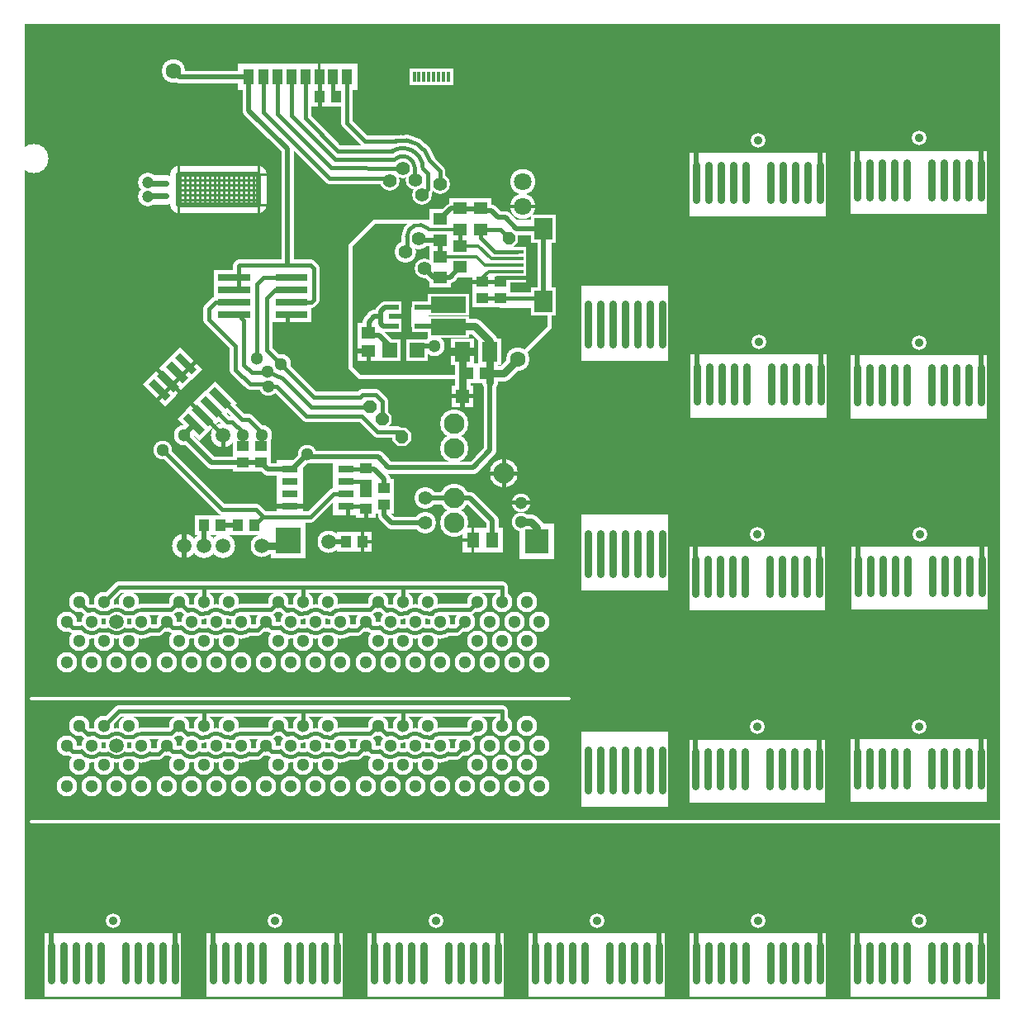
<source format=gbl>
%FSLAX34Y34*%
%MOMM*%
%LNCOPPER_BOTTOM*%
G71*
G01*
%ADD10C, 2.100*%
%ADD11C, 2.300*%
%ADD12C, 1.200*%
%ADD13R, 2.400X2.800*%
%ADD14R, 1.590X1.200*%
%ADD15C, 1.150*%
%ADD16R, 4.200X2.300*%
%ADD17C, 1.600*%
%ADD18C, 0.500*%
%ADD19R, 2.200X2.200*%
%ADD20R, 2.200X2.100*%
%ADD21C, 2.400*%
%ADD22C, 1.900*%
%ADD23C, 3.000*%
%ADD24R, 2.200X2.800*%
%ADD25R, 1.900X2.000*%
%ADD26C, 2.500*%
%ADD27C, 2.600*%
%ADD28R, 2.800X1.870*%
%ADD29R, 2.000X1.900*%
%ADD30R, 2.300X2.500*%
%ADD31C, 2.900*%
%ADD32C, 1.300*%
%ADD33R, 1.950X1.000*%
%ADD34R, 2.500X2.900*%
%ADD35C, 2.200*%
%ADD36C, 0.950*%
%ADD37C, 2.000*%
%ADD38C, 1.000*%
%ADD39C, 0.300*%
%ADD40C, 0.400*%
%ADD41C, 1.350*%
%ADD42C, 2.000*%
%ADD43C, 1.700*%
%ADD44C, 1.800*%
%ADD45R, 3.200X1.600*%
%ADD46C, 1.100*%
%ADD47R, 1.100X1.800*%
%ADD48C, 0.150*%
%ADD49R, 4.100X1.600*%
%ADD50R, 3.100X1.600*%
%ADD51C, 1.500*%
%ADD52C, 0.827*%
%ADD53C, 0.498*%
%ADD54C, 0.467*%
%ADD55C, 0.433*%
%ADD56C, 0.333*%
%ADD57C, 0.372*%
%ADD58C, 0.325*%
%ADD59C, 0.304*%
%ADD60C, 1.300*%
%ADD61C, 1.500*%
%ADD62R, 1.600X2.000*%
%ADD63R, 0.990X0.600*%
%ADD64C, 0.550*%
%ADD65R, 3.600X1.700*%
%ADD66C, 0.800*%
%ADD67R, 1.600X1.600*%
%ADD68R, 1.400X1.300*%
%ADD69R, 1.400X1.400*%
%ADD70C, 1.600*%
%ADD71C, 0.700*%
%ADD72R, 1.000X1.600*%
%ADD73R, 1.100X1.200*%
%ADD74C, 1.800*%
%ADD75R, 1.600X0.670*%
%ADD76R, 1.200X1.100*%
%ADD77R, 1.300X1.500*%
%ADD78C, 2.100*%
%ADD79R, 1.350X0.400*%
%ADD80R, 1.900X2.300*%
%ADD81C, 1.400*%
%ADD82C, 0.350*%
%ADD83C, 1.200*%
%ADD84C, 0.250*%
%ADD85C, 0.600*%
%ADD86C, 0.280*%
%ADD87C, 2.600*%
%ADD88R, 2.400X0.800*%
%ADD89R, 0.300X1.000*%
%ADD90R, 3.300X0.800*%
%ADD91R, 2.300X0.800*%
%ADD92C, 0.900*%
%ADD93C, 0.750*%
%LPD*%
G36*
X250Y50D02*
X1000250Y50D01*
X1000250Y-999950D01*
X250Y-999950D01*
X250Y50D01*
G37*
%LPC*%
X43918Y-654498D02*
G54D10*
D03*
X69418Y-654498D02*
G54D10*
D03*
X94918Y-654498D02*
G54D10*
D03*
X120418Y-654498D02*
G54D10*
D03*
X145917Y-654498D02*
G54D10*
D03*
X171417Y-654498D02*
G54D10*
D03*
X196917Y-654498D02*
G54D10*
D03*
X222417Y-654498D02*
G54D10*
D03*
X247917Y-654498D02*
G54D10*
D03*
X273417Y-654498D02*
G54D10*
D03*
X298917Y-654498D02*
G54D10*
D03*
X324417Y-654498D02*
G54D10*
D03*
X349917Y-654498D02*
G54D10*
D03*
X375417Y-654498D02*
G54D10*
D03*
X400917Y-654498D02*
G54D10*
D03*
X426417Y-654498D02*
G54D10*
D03*
X451917Y-654498D02*
G54D10*
D03*
X477417Y-654498D02*
G54D10*
D03*
X502917Y-654498D02*
G54D10*
D03*
X528417Y-654498D02*
G54D10*
D03*
X43918Y-612222D02*
G54D10*
D03*
X69418Y-612223D02*
G54D10*
D03*
X94918Y-612222D02*
G54D11*
D03*
X120417Y-612223D02*
G54D10*
D03*
X145917Y-612223D02*
G54D10*
D03*
X171417Y-612223D02*
G54D10*
D03*
X196917Y-612223D02*
G54D10*
D03*
X222417Y-612223D02*
G54D10*
D03*
X247917Y-612223D02*
G54D10*
D03*
X273417Y-612223D02*
G54D10*
D03*
X298917Y-612223D02*
G54D10*
D03*
X324417Y-612223D02*
G54D10*
D03*
X349917Y-612223D02*
G54D10*
D03*
X375417Y-612223D02*
G54D10*
D03*
X400917Y-612223D02*
G54D10*
D03*
X426417Y-612223D02*
G54D10*
D03*
X451917Y-612223D02*
G54D10*
D03*
X477417Y-612223D02*
G54D10*
D03*
X502918Y-612223D02*
G54D10*
D03*
X528418Y-612223D02*
G54D10*
D03*
X56667Y-632223D02*
G54D10*
D03*
X82168Y-632223D02*
G54D10*
D03*
X107668Y-632223D02*
G54D10*
D03*
X158667Y-632223D02*
G54D10*
D03*
X184167Y-632223D02*
G54D10*
D03*
X209667Y-632223D02*
G54D10*
D03*
X260667Y-632223D02*
G54D10*
D03*
X286167Y-632223D02*
G54D10*
D03*
X311667Y-632223D02*
G54D10*
D03*
X362667Y-632223D02*
G54D10*
D03*
X388167Y-632223D02*
G54D10*
D03*
X413667Y-632223D02*
G54D10*
D03*
X464668Y-632223D02*
G54D10*
D03*
X490168Y-632223D02*
G54D10*
D03*
X515668Y-632223D02*
G54D10*
D03*
X56668Y-592222D02*
G54D10*
D03*
X82168Y-592222D02*
G54D10*
D03*
X107668Y-592223D02*
G54D10*
D03*
X158667Y-592223D02*
G54D10*
D03*
X184167Y-592223D02*
G54D10*
D03*
X209667Y-592223D02*
G54D10*
D03*
X260667Y-592223D02*
G54D10*
D03*
X286167Y-592223D02*
G54D10*
D03*
X311667Y-592223D02*
G54D10*
D03*
X362667Y-592223D02*
G54D10*
D03*
X388167Y-592223D02*
G54D10*
D03*
X413667Y-592223D02*
G54D10*
D03*
X464668Y-592223D02*
G54D10*
D03*
X490168Y-592223D02*
G54D10*
D03*
X515668Y-592223D02*
G54D10*
D03*
G54D12*
X184167Y-592223D02*
X184167Y-577095D01*
G54D12*
X286167Y-592223D02*
X286167Y-577095D01*
G54D12*
X490168Y-592223D02*
X490168Y-577095D01*
G54D12*
X388167Y-592223D02*
X388167Y-577095D01*
G54D12*
X490168Y-577095D02*
X97295Y-577095D01*
X82167Y-592223D01*
X477554Y-335700D02*
G54D13*
D03*
X449563Y-335692D02*
G54D13*
D03*
X379037Y-290137D02*
G54D14*
D03*
X379039Y-299542D02*
G54D14*
D03*
X379037Y-309137D02*
G54D14*
D03*
X404937Y-309137D02*
G54D14*
D03*
X404937Y-290137D02*
G54D14*
D03*
G54D15*
X379037Y-309137D02*
X367777Y-309137D01*
X365638Y-306998D01*
X365638Y-293901D01*
X369402Y-290137D01*
X379037Y-290137D01*
X435158Y-310622D02*
G54D16*
D03*
X435158Y-287622D02*
G54D16*
D03*
G54D15*
X404937Y-290137D02*
X440977Y-290137D01*
X443095Y-288019D01*
G54D15*
X404937Y-309137D02*
X441213Y-309137D01*
X443095Y-311019D01*
G54D17*
X449554Y-381078D02*
X449558Y-345220D01*
G36*
X412158Y-290769D02*
X399458Y-290769D01*
X399458Y-309819D01*
X412158Y-309819D01*
X412158Y-290769D01*
G37*
G54D18*
X412158Y-290769D02*
X399458Y-290769D01*
X399458Y-309819D01*
X412158Y-309819D01*
X412158Y-290769D01*
X402986Y-333744D02*
G54D19*
D03*
X374986Y-333745D02*
G54D19*
D03*
X353264Y-335252D02*
G54D20*
D03*
X353266Y-316248D02*
G54D20*
D03*
X426587Y-238064D02*
G54D20*
D03*
X426587Y-259638D02*
G54D20*
D03*
X420668Y-330054D02*
G54D10*
D03*
X449555Y-381078D02*
G54D19*
D03*
X506125Y-343408D02*
G54D21*
D03*
X249238Y-355831D02*
G54D10*
D03*
X263530Y-348461D02*
G54D10*
D03*
X250806Y-371328D02*
G54D22*
D03*
X509408Y-490574D02*
G54D22*
D03*
G36*
X507462Y-548200D02*
X507462Y-512200D01*
X543462Y-512200D01*
X543462Y-548200D01*
X507462Y-548200D01*
G37*
X9585Y-137312D02*
G54D23*
D03*
X230250Y-53610D02*
G54D24*
D03*
X245330Y-53608D02*
G54D24*
D03*
X259617Y-53608D02*
G54D24*
D03*
X273905Y-53608D02*
G54D24*
D03*
X288192Y-53608D02*
G54D24*
D03*
X302483Y-53610D02*
G54D24*
D03*
X316768Y-53608D02*
G54D24*
D03*
X331055Y-53608D02*
G54D24*
D03*
X302483Y-73990D02*
G54D25*
D03*
X319483Y-73990D02*
G54D25*
D03*
G54D12*
X316768Y-53608D02*
X316768Y-73656D01*
X319483Y-76371D01*
X238522Y-342734D02*
G54D10*
D03*
X163918Y-534324D02*
G54D26*
D03*
X184562Y-534330D02*
G54D26*
D03*
X203612Y-534330D02*
G54D26*
D03*
X203610Y-421490D02*
G54D26*
D03*
G36*
X288628Y-511249D02*
X288628Y-547249D01*
X252628Y-547249D01*
X252628Y-511249D01*
X288628Y-511249D01*
G37*
X511025Y-186929D02*
G54D27*
D03*
X511022Y-161528D02*
G54D27*
D03*
X153325Y-47881D02*
G54D21*
D03*
X329715Y-455905D02*
G54D28*
D03*
X329715Y-468605D02*
G54D28*
D03*
X329715Y-481305D02*
G54D28*
D03*
X329715Y-494005D02*
G54D28*
D03*
X272716Y-494005D02*
G54D28*
D03*
X272715Y-481305D02*
G54D28*
D03*
X272715Y-468605D02*
G54D28*
D03*
X272715Y-455905D02*
G54D28*
D03*
X350183Y-479320D02*
G54D29*
D03*
X350183Y-496320D02*
G54D29*
D03*
X350183Y-455177D02*
G54D29*
D03*
X350183Y-472177D02*
G54D29*
D03*
X369149Y-492511D02*
G54D29*
D03*
X369149Y-475511D02*
G54D29*
D03*
X141684Y-436166D02*
G54D22*
D03*
X459978Y-529033D02*
G54D30*
D03*
X163922Y-421491D02*
G54D10*
D03*
X224246Y-421491D02*
G54D10*
D03*
X243296Y-421491D02*
G54D10*
D03*
G36*
X121799Y-368952D02*
X133114Y-357639D01*
X155739Y-380268D01*
X144425Y-391581D01*
X121799Y-368952D01*
G37*
G36*
X130779Y-359972D02*
X142093Y-348659D01*
X164719Y-371287D01*
X153405Y-382600D01*
X130779Y-359972D01*
G37*
G36*
X139759Y-350990D02*
X151075Y-339678D01*
X173699Y-362308D01*
X162384Y-373620D01*
X139759Y-350990D01*
G37*
G36*
X148739Y-342013D02*
X160052Y-330699D01*
X182681Y-353325D01*
X171368Y-364639D01*
X148739Y-342013D01*
G37*
G36*
X184094Y-377368D02*
X195408Y-366054D01*
X218036Y-388681D01*
X206722Y-399995D01*
X184094Y-377368D01*
G37*
G36*
X175114Y-386349D02*
X186427Y-375035D01*
X209056Y-397661D01*
X197742Y-408975D01*
X175114Y-386349D01*
G37*
G36*
X166134Y-395329D02*
X177447Y-384015D01*
X200075Y-406641D01*
X188762Y-417955D01*
X166134Y-395329D01*
G37*
G36*
X157154Y-404308D02*
X168468Y-392994D01*
X191095Y-415623D01*
X179781Y-426936D01*
X157154Y-404308D01*
G37*
X236065Y-513547D02*
G54D25*
D03*
X219063Y-513544D02*
G54D25*
D03*
X479818Y-529034D02*
G54D30*
D03*
X491924Y-460596D02*
G54D31*
D03*
X441124Y-485996D02*
G54D31*
D03*
X441123Y-435195D02*
G54D31*
D03*
X441123Y-409796D02*
G54D31*
D03*
X441124Y-511396D02*
G54D31*
D03*
G54D32*
X414136Y-485996D02*
X457024Y-485996D01*
X479818Y-508790D01*
X479818Y-530622D01*
X505398Y-233740D02*
G54D33*
D03*
X505398Y-240240D02*
G54D33*
D03*
X505398Y-246740D02*
G54D33*
D03*
X505398Y-253240D02*
G54D33*
D03*
X505398Y-259740D02*
G54D33*
D03*
X532148Y-284240D02*
G54D34*
D03*
X532148Y-209240D02*
G54D34*
D03*
X404823Y-219827D02*
G54D35*
D03*
X426587Y-199567D02*
G54D20*
D03*
X426587Y-221141D02*
G54D20*
D03*
X447225Y-227269D02*
G54D20*
D03*
X447225Y-248843D02*
G54D20*
D03*
X447225Y-188772D02*
G54D20*
D03*
X447224Y-210346D02*
G54D20*
D03*
G54D32*
X426588Y-238064D02*
X426587Y-221141D01*
G54D12*
X447225Y-227269D02*
X447224Y-210346D01*
G54D15*
X413530Y-209135D02*
X414734Y-210339D01*
X444368Y-210340D01*
G36*
X506402Y-223008D02*
X500992Y-228419D01*
X493314Y-228419D01*
X487902Y-223008D01*
X487902Y-215330D01*
X493314Y-209919D01*
X500992Y-209919D01*
X506402Y-215330D01*
X506402Y-223008D01*
G37*
G54D32*
X532148Y-209240D02*
X532148Y-284240D01*
G54D36*
X505398Y-253240D02*
X476216Y-253240D01*
X410162Y-250281D02*
G54D37*
D03*
G36*
X371052Y-395312D02*
X376610Y-400870D01*
X376610Y-408754D01*
X371052Y-414312D01*
X363168Y-414312D01*
X357610Y-408754D01*
X357610Y-400870D01*
X363168Y-395312D01*
X371052Y-395312D01*
G37*
G36*
X358352Y-382612D02*
X363910Y-388170D01*
X363910Y-396054D01*
X358352Y-401612D01*
X350468Y-401612D01*
X344910Y-396054D01*
X344910Y-388170D01*
X350468Y-382612D01*
X358352Y-382612D01*
G37*
G36*
X391022Y-413569D02*
X396580Y-419127D01*
X396580Y-427011D01*
X391022Y-432569D01*
X383138Y-432569D01*
X377580Y-427011D01*
X377580Y-419127D01*
X383138Y-413569D01*
X391022Y-413569D01*
G37*
G54D17*
X477550Y-367221D02*
X477554Y-345225D01*
G54D15*
X426588Y-238064D02*
X463489Y-238064D01*
X472165Y-246740D01*
X505398Y-246740D01*
G54D15*
X505398Y-240240D02*
X478762Y-240240D01*
X465791Y-227269D01*
X447225Y-227269D01*
X467862Y-188772D02*
G54D20*
D03*
X467862Y-210346D02*
G54D20*
D03*
G54D38*
X505398Y-233740D02*
X482580Y-233740D01*
X467862Y-219021D01*
X467862Y-210346D01*
G54D32*
X532148Y-209240D02*
X504515Y-209240D01*
X493316Y-198041D01*
X486172Y-198041D01*
X478888Y-190756D01*
X467862Y-190756D01*
G54D32*
X467862Y-189248D02*
X447225Y-189248D01*
X488322Y-280756D02*
G54D29*
D03*
X488322Y-263756D02*
G54D29*
D03*
X470066Y-280756D02*
G54D29*
D03*
X470066Y-263756D02*
G54D29*
D03*
G36*
X484750Y-257852D02*
X446034Y-257852D01*
X410162Y-250281D01*
X446034Y-228634D01*
X484750Y-228634D01*
X484750Y-257852D01*
G37*
G54D39*
X484750Y-257852D02*
X446034Y-257852D01*
X410162Y-250281D01*
X446034Y-228634D01*
X484750Y-228634D01*
X484750Y-257852D01*
G54D12*
X470066Y-280756D02*
X528664Y-280756D01*
X532148Y-284240D01*
G36*
X491312Y-233740D02*
X458379Y-233740D01*
X426587Y-221141D01*
X442066Y-183692D01*
X472220Y-184089D01*
X486172Y-198040D01*
X493316Y-198040D01*
X499752Y-204477D01*
X491312Y-233740D01*
G37*
G54D40*
X491312Y-233740D02*
X458379Y-233740D01*
X426587Y-221141D01*
X442066Y-183692D01*
X472220Y-184089D01*
X486172Y-198040D01*
X493316Y-198040D01*
X499752Y-204477D01*
X491312Y-233740D01*
X391353Y-233297D02*
G54D35*
D03*
G54D32*
X420668Y-330054D02*
X402192Y-330054D01*
G54D40*
X358378Y-202009D02*
X334152Y-226235D01*
X334152Y-351615D01*
X343694Y-361156D01*
X487780Y-361156D01*
X538242Y-310695D01*
X538242Y-202882D01*
X537369Y-202009D01*
X358378Y-202009D01*
G54D32*
X373002Y-337594D02*
X373002Y-327758D01*
X364270Y-319026D01*
X351678Y-319026D01*
G54D41*
X353662Y-317438D02*
X353662Y-305150D01*
X359172Y-299641D01*
X365125Y-299641D01*
G54D17*
X477554Y-335700D02*
X477554Y-325154D01*
X461832Y-309431D01*
X439524Y-309431D01*
G54D32*
X350183Y-456367D02*
X359133Y-456367D01*
X369149Y-466383D01*
X369149Y-475511D01*
G54D12*
X224246Y-421491D02*
X224246Y-418318D01*
X213519Y-407591D01*
X207670Y-407591D01*
X192085Y-392005D01*
G54D12*
X243296Y-421491D02*
X243296Y-418715D01*
X229790Y-405209D01*
X223250Y-405209D01*
X201065Y-383024D01*
G54D32*
X163922Y-421491D02*
X163922Y-420168D01*
X174124Y-409965D01*
X312562Y-530574D02*
G54D11*
D03*
X410961Y-485996D02*
G54D35*
D03*
X411113Y-511396D02*
G54D35*
D03*
X127071Y-161924D02*
G54D42*
D03*
X127068Y-176208D02*
G54D42*
D03*
G36*
X157777Y-153732D02*
X240327Y-153732D01*
X240327Y-185482D01*
X157777Y-185482D01*
X157777Y-153732D01*
G37*
G54D43*
X157777Y-153732D02*
X240327Y-153732D01*
X240327Y-185482D01*
X157777Y-185482D01*
X157777Y-153732D01*
G54D44*
X145218Y-175418D02*
X127071Y-175418D01*
G54D44*
X145218Y-162718D02*
X127071Y-162718D01*
X289846Y-440928D02*
G54D22*
D03*
X184562Y-513541D02*
G54D25*
D03*
X201564Y-513544D02*
G54D25*
D03*
G54D32*
X184562Y-534330D02*
X184562Y-511953D01*
G54D32*
X201564Y-513544D02*
X219062Y-513544D01*
X388144Y-147638D02*
G54D37*
D03*
X374566Y-160422D02*
G54D37*
D03*
X400844Y-159544D02*
G54D37*
D03*
X407988Y-174625D02*
G54D37*
D03*
X426640Y-163512D02*
G54D37*
D03*
G54D12*
G75*
G01X400644Y-147638D02*
G03X379305Y-138799I-12500J0D01*
G01*
G54D12*
X374566Y-160422D02*
X371788Y-157644D01*
X312822Y-157644D01*
X245330Y-90152D01*
X245330Y-53608D01*
G54D12*
X388144Y-147638D02*
X314722Y-147241D01*
X259618Y-92136D01*
X259618Y-53608D01*
G54D12*
X400644Y-147638D02*
X400644Y-159344D01*
X400844Y-159544D01*
G54D12*
X379305Y-138799D02*
X318980Y-138799D01*
X273905Y-93724D01*
X273905Y-53608D01*
G54D12*
G75*
G01X408782Y-147638D02*
G03X377825Y-129764I-20638J0D01*
G01*
G54D12*
X377825Y-129764D02*
X321899Y-129764D01*
X288192Y-96058D01*
X288192Y-53608D01*
G54D12*
X407988Y-174625D02*
X413940Y-168672D01*
X413940Y-152796D01*
X408782Y-147638D01*
G54D12*
G75*
G01X413530Y-209135D02*
G03X392509Y-217842I-8707J-8707D01*
G01*
G54D12*
X392509Y-217842D02*
X392509Y-232141D01*
X391353Y-233297D01*
X269630Y-259627D02*
G54D45*
D03*
X269630Y-272327D02*
G54D45*
D03*
X269630Y-285027D02*
G54D45*
D03*
X269630Y-297727D02*
G54D45*
D03*
X219630Y-297727D02*
G54D45*
D03*
X219630Y-285027D02*
G54D45*
D03*
X219630Y-272327D02*
G54D45*
D03*
X219630Y-259627D02*
G54D45*
D03*
G54D12*
X219630Y-259627D02*
X219630Y-272327D01*
G54D12*
G75*
G01X416061Y-140170D02*
G03X380604Y-119699I-27964J-7492D01*
G01*
G54D12*
X331055Y-53608D02*
X331055Y-101661D01*
X349093Y-119699D01*
X380604Y-119699D01*
G54D38*
X426640Y-163512D02*
X426640Y-150750D01*
X416060Y-140170D01*
G36*
X230250Y-53610D02*
X230250Y-88169D01*
X288192Y-96058D01*
X288192Y-53608D01*
X230250Y-53610D01*
G37*
G54D40*
X230250Y-53610D02*
X230250Y-88169D01*
X288192Y-96058D01*
X288192Y-53608D01*
X230250Y-53610D01*
G36*
X423862Y-159941D02*
X406003Y-159941D01*
X406003Y-150019D01*
X423862Y-150019D01*
X423862Y-159941D01*
G37*
G54D40*
X423862Y-159941D02*
X406003Y-159941D01*
X406003Y-150019D01*
X423862Y-150019D01*
X423862Y-159941D01*
G54D46*
X426587Y-259638D02*
X436430Y-259638D01*
X447224Y-248843D01*
G54D46*
X447225Y-188772D02*
X437382Y-188772D01*
X426587Y-199567D01*
G36*
X488322Y-280875D02*
X527050Y-280875D01*
X527050Y-288250D01*
X488322Y-288250D01*
X488322Y-280875D01*
G37*
G54D40*
X488322Y-280875D02*
X527050Y-280875D01*
X527050Y-288250D01*
X488322Y-288250D01*
X488322Y-280875D01*
G54D32*
X426587Y-259638D02*
X419519Y-259638D01*
X410162Y-250281D01*
X330152Y-530574D02*
G54D25*
D03*
X347152Y-530574D02*
G54D25*
D03*
G54D32*
X312562Y-530574D02*
X330152Y-530574D01*
G54D12*
X238522Y-342734D02*
X238522Y-266303D01*
X244475Y-260350D01*
G54D12*
X270424Y-259627D02*
X245198Y-259627D01*
X244475Y-260350D01*
G54D12*
X225186Y-349011D02*
X233216Y-357041D01*
X248027Y-357041D01*
X249238Y-355831D01*
G54D12*
X263530Y-348461D02*
X248840Y-333772D01*
X248840Y-280591D01*
X257104Y-272327D01*
X269630Y-272327D01*
G54D12*
X338666Y-402034D02*
X289719Y-402034D01*
X259013Y-371328D01*
X250408Y-371328D01*
G54D12*
X367110Y-404812D02*
X367110Y-386556D01*
X360760Y-380206D01*
X346671Y-380206D01*
X344587Y-382290D01*
X297359Y-382290D01*
X263530Y-348461D01*
G54D12*
X354410Y-392112D02*
X294481Y-392112D01*
X265112Y-362744D01*
X249238Y-355831D01*
G36*
X195985Y-285027D02*
X189309Y-302816D01*
X250806Y-371328D01*
X263530Y-348461D01*
X248840Y-333772D01*
X248840Y-313928D01*
X231775Y-296862D01*
X195985Y-285027D01*
G37*
G54D40*
X195985Y-285027D02*
X189309Y-302816D01*
X250806Y-371328D01*
X263530Y-348461D01*
X248840Y-333772D01*
X248840Y-313928D01*
X231775Y-296862D01*
X195985Y-285027D01*
G36*
X220662Y-246856D02*
X269630Y-246856D01*
X269630Y-285027D01*
X220662Y-285027D01*
X220662Y-246856D01*
G37*
G54D40*
X220662Y-246856D02*
X269630Y-246856D01*
X269630Y-285027D01*
X220662Y-285027D01*
X220662Y-246856D01*
G54D32*
X230250Y-77454D02*
X230250Y-88169D01*
X269478Y-127397D01*
G54D17*
X470628Y-357704D02*
X491830Y-357704D01*
X506125Y-343408D01*
G54D12*
X338666Y-402034D02*
X345678Y-402034D01*
X361950Y-418306D01*
X382318Y-418306D01*
X387080Y-423069D01*
G36*
X354410Y-392112D02*
X367110Y-392112D01*
X367110Y-404812D01*
X354410Y-404812D01*
X354410Y-392112D01*
G37*
G54D40*
X354410Y-392112D02*
X367110Y-392112D01*
X367110Y-404812D01*
X354410Y-404812D01*
X354410Y-392112D01*
G54D32*
X411113Y-511396D02*
X376921Y-511396D01*
X369149Y-503624D01*
X369149Y-492511D01*
X223988Y-449418D02*
G54D29*
D03*
X223991Y-432416D02*
G54D29*
D03*
X243038Y-449418D02*
G54D29*
D03*
X243041Y-432416D02*
G54D29*
D03*
G54D32*
X241847Y-449418D02*
X191848Y-449418D01*
X163922Y-421491D01*
G54D12*
X329715Y-455905D02*
X349720Y-455905D01*
X350183Y-456367D01*
G54D12*
X329715Y-468605D02*
X345420Y-468605D01*
X350183Y-473367D01*
G54D12*
X329715Y-494005D02*
X346677Y-494005D01*
X350183Y-497511D01*
G54D12*
X329716Y-481305D02*
X317604Y-481305D01*
X293688Y-505222D01*
X244390Y-505222D01*
X236064Y-513547D01*
G54D12*
X244563Y-504544D02*
X237700Y-497681D01*
G54D32*
X273906Y-455905D02*
X274868Y-455905D01*
X289846Y-440928D01*
G54D32*
X272716Y-455905D02*
X249526Y-455905D01*
X243038Y-449418D01*
G54D12*
X237700Y-497681D02*
X203200Y-497681D01*
X141684Y-436166D01*
G54D32*
X289846Y-440928D02*
X292227Y-443309D01*
X362744Y-443309D01*
X373460Y-454025D01*
X459978Y-454025D01*
X477550Y-436453D01*
X477550Y-367221D01*
G36*
X445318Y-347704D02*
X464318Y-347703D01*
X464319Y-367703D01*
X445319Y-367704D01*
X445318Y-347704D01*
G37*
X471819Y-357703D02*
G54D25*
D03*
X399897Y-53562D02*
G54D47*
D03*
X404897Y-53562D02*
G54D47*
D03*
X409897Y-53562D02*
G54D47*
D03*
X414897Y-53562D02*
G54D47*
D03*
X419897Y-53562D02*
G54D47*
D03*
X424897Y-53562D02*
G54D47*
D03*
X429897Y-53562D02*
G54D47*
D03*
X434897Y-53562D02*
G54D47*
D03*
G54D12*
G75*
G01X103404Y-603736D02*
G03X86433Y-603736I-8486J-8486D01*
G01*
G54D12*
G75*
G01X120417Y-600224D02*
G03X111932Y-603738I0J-12000D01*
G01*
G54D12*
X103404Y-603736D02*
X111932Y-603738D01*
G54D12*
G75*
G01X77903Y-603738D02*
G03X66311Y-600632I-8486J-8486D01*
G01*
G54D12*
X77902Y-603738D02*
X86433Y-603736D01*
G54D12*
G75*
G01X86433Y-620707D02*
G03X103404Y-620707I8485J8485D01*
G01*
G54D12*
G75*
G01X111932Y-620705D02*
G03X128903Y-620705I8485J8485D01*
G01*
G54D12*
X103404Y-620707D02*
X111932Y-620705D01*
G54D12*
G75*
G01X59025Y-618220D02*
G03X77903Y-620705I10392J6000D01*
G01*
G54D12*
X77902Y-620705D02*
X86433Y-620707D01*
G54D12*
X66312Y-600632D02*
X65078Y-600632D01*
X56668Y-592222D01*
G54D12*
X120417Y-600224D02*
X150667Y-600224D01*
X158667Y-592223D01*
G54D12*
G75*
G01X205403Y-603738D02*
G03X188432Y-603738I-8485J-8485D01*
G01*
G54D12*
G75*
G01X222417Y-600225D02*
G03X213931Y-603740I0J-12000D01*
G01*
G54D12*
X205403Y-603738D02*
X213932Y-603740D01*
G54D12*
G75*
G01X179902Y-603740D02*
G03X168311Y-600634I-8485J-8485D01*
G01*
G54D12*
X179902Y-603740D02*
X188432Y-603738D01*
G54D12*
X168311Y-600634D02*
X167078Y-600634D01*
X158667Y-592223D01*
G54D12*
X222417Y-600225D02*
X252666Y-600225D01*
X260667Y-592225D01*
G54D12*
G75*
G01X307403Y-603738D02*
G03X290432Y-603738I-8485J-8485D01*
G01*
G54D12*
G75*
G01X324417Y-600225D02*
G03X315931Y-603740I0J-12000D01*
G01*
G54D12*
X307403Y-603738D02*
X315932Y-603740D01*
G54D12*
G75*
G01X281902Y-603740D02*
G03X270311Y-600634I-8485J-8485D01*
G01*
G54D12*
X281902Y-603740D02*
X290432Y-603738D01*
G54D12*
X270311Y-600634D02*
X269078Y-600634D01*
X260667Y-592223D01*
G54D12*
X324417Y-600225D02*
X354666Y-600225D01*
X362667Y-592225D01*
G54D12*
G75*
G01X409403Y-603738D02*
G03X392432Y-603738I-8485J-8485D01*
G01*
G54D12*
G75*
G01X426417Y-600225D02*
G03X417931Y-603740I0J-12000D01*
G01*
G54D12*
X409403Y-603738D02*
X417932Y-603740D01*
G54D12*
G75*
G01X383902Y-603740D02*
G03X372311Y-600634I-8485J-8485D01*
G01*
G54D12*
X383902Y-603740D02*
X392432Y-603738D01*
G54D12*
X372311Y-600634D02*
X371078Y-600634D01*
X362667Y-592223D01*
G54D12*
X426417Y-600225D02*
X456666Y-600225D01*
X464667Y-592225D01*
G54D12*
X128902Y-620705D02*
X137436Y-620705D01*
X145917Y-612223D01*
G54D12*
X59025Y-618220D02*
X49916Y-618220D01*
X43918Y-612222D01*
G54D12*
G75*
G01X188432Y-620708D02*
G03X205403Y-620708I8486J8485D01*
G01*
G54D12*
G75*
G01X213931Y-620706D02*
G03X230902Y-620706I8486J8485D01*
G01*
G54D12*
X205403Y-620708D02*
X213932Y-620706D01*
G54D12*
G75*
G01X161024Y-618221D02*
G03X179902Y-620706I10393J6000D01*
G01*
G54D12*
X179902Y-620706D02*
X188432Y-620708D01*
G54D12*
X230902Y-620706D02*
X239435Y-620706D01*
X247917Y-612225D01*
G54D12*
X161024Y-618221D02*
X151915Y-618221D01*
X145917Y-612223D01*
G54D12*
G75*
G01X290432Y-620708D02*
G03X307403Y-620708I8486J8485D01*
G01*
G54D12*
G75*
G01X315931Y-620706D02*
G03X332902Y-620706I8486J8485D01*
G01*
G54D12*
X307403Y-620708D02*
X315932Y-620706D01*
G54D12*
G75*
G01X263024Y-618221D02*
G03X281902Y-620706I10393J6000D01*
G01*
G54D12*
X281902Y-620706D02*
X290432Y-620708D01*
G54D12*
X332902Y-620706D02*
X341435Y-620706D01*
X349917Y-612225D01*
G54D12*
X263024Y-618221D02*
X253915Y-618221D01*
X247917Y-612223D01*
G54D12*
G75*
G01X392432Y-620708D02*
G03X409403Y-620708I8486J8485D01*
G01*
G54D12*
G75*
G01X417931Y-620706D02*
G03X434902Y-620706I8486J8485D01*
G01*
G54D12*
X409403Y-620708D02*
X417932Y-620706D01*
G54D12*
G75*
G01X365024Y-618221D02*
G03X383902Y-620706I10393J6000D01*
G01*
G54D12*
X383902Y-620706D02*
X392432Y-620708D01*
G54D12*
X434902Y-620706D02*
X443435Y-620706D01*
X451917Y-612225D01*
G54D12*
X365024Y-618221D02*
X355915Y-618221D01*
X349917Y-612223D01*
G54D32*
X230250Y-53610D02*
X230250Y-77454D01*
G54D32*
X230250Y-53610D02*
X159053Y-53610D01*
X153325Y-47881D01*
G54D46*
X426587Y-221141D02*
X406137Y-221141D01*
X404823Y-219827D01*
X459978Y-529033D02*
G54D30*
D03*
X479818Y-529034D02*
G54D30*
D03*
G54D32*
X410961Y-485996D02*
X457024Y-485996D01*
X479818Y-508790D01*
X479818Y-530622D01*
G54D32*
X269478Y-246062D02*
X269478Y-127397D01*
G54D12*
X467862Y-210346D02*
X488329Y-210346D01*
X497152Y-219169D01*
X243307Y-534324D02*
G54D11*
D03*
X509408Y-510574D02*
G54D22*
D03*
G54D12*
X225186Y-349011D02*
X225186Y-303284D01*
X219630Y-297727D01*
G54D12*
X250408Y-371328D02*
X248027Y-368947D01*
X231423Y-368947D01*
X216694Y-354218D01*
X216694Y-330200D01*
X189309Y-302816D01*
X189309Y-291703D01*
X195985Y-285027D01*
X208518Y-285027D01*
G54D17*
X509408Y-510574D02*
X519703Y-510574D01*
X525464Y-516335D01*
X525463Y-530201D01*
G54D17*
X243307Y-534324D02*
X265552Y-534324D01*
X270628Y-529249D01*
G36*
X243307Y-534324D02*
X262334Y-534324D01*
X262334Y-506412D01*
X243307Y-506412D01*
X243307Y-534324D01*
G37*
G54D48*
X243307Y-534324D02*
X262334Y-534324D01*
X262334Y-506412D01*
X243307Y-506412D01*
X243307Y-534324D01*
X274393Y-259627D02*
G54D49*
D03*
X219630Y-259627D02*
G54D50*
D03*
X274393Y-272327D02*
G54D49*
D03*
X274393Y-285027D02*
G54D49*
D03*
X274393Y-297727D02*
G54D49*
D03*
X214868Y-297727D02*
G54D49*
D03*
X214868Y-285027D02*
G54D49*
D03*
X214868Y-272327D02*
G54D49*
D03*
X214868Y-259627D02*
G54D49*
D03*
G54D12*
X219630Y-259627D02*
X219630Y-247888D01*
X220662Y-246856D01*
X293291Y-246856D01*
X296862Y-250428D01*
X296862Y-282178D01*
X294410Y-285027D01*
X278361Y-285027D01*
X43918Y-781498D02*
G54D10*
D03*
X69418Y-781498D02*
G54D10*
D03*
X94918Y-781498D02*
G54D10*
D03*
X120418Y-781498D02*
G54D10*
D03*
X145917Y-781498D02*
G54D10*
D03*
X171417Y-781498D02*
G54D10*
D03*
X196917Y-781498D02*
G54D10*
D03*
X222417Y-781498D02*
G54D10*
D03*
X247917Y-781498D02*
G54D10*
D03*
X273417Y-781498D02*
G54D10*
D03*
X298917Y-781498D02*
G54D10*
D03*
X324417Y-781498D02*
G54D10*
D03*
X349917Y-781498D02*
G54D10*
D03*
X375417Y-781498D02*
G54D10*
D03*
X400917Y-781498D02*
G54D10*
D03*
X426417Y-781498D02*
G54D10*
D03*
X451917Y-781498D02*
G54D10*
D03*
X477417Y-781498D02*
G54D10*
D03*
X502917Y-781498D02*
G54D10*
D03*
X528417Y-781498D02*
G54D10*
D03*
X43918Y-739222D02*
G54D10*
D03*
X69418Y-739223D02*
G54D10*
D03*
X94918Y-739222D02*
G54D11*
D03*
X120417Y-739223D02*
G54D10*
D03*
X145917Y-739223D02*
G54D10*
D03*
X171417Y-739223D02*
G54D10*
D03*
X196917Y-739223D02*
G54D10*
D03*
X222417Y-739223D02*
G54D10*
D03*
X247917Y-739223D02*
G54D10*
D03*
X273417Y-739223D02*
G54D10*
D03*
X298917Y-739223D02*
G54D10*
D03*
X324417Y-739223D02*
G54D10*
D03*
X349917Y-739223D02*
G54D10*
D03*
X375417Y-739223D02*
G54D10*
D03*
X400917Y-739223D02*
G54D10*
D03*
X426417Y-739223D02*
G54D10*
D03*
X451917Y-739223D02*
G54D10*
D03*
X477417Y-739223D02*
G54D10*
D03*
X502918Y-739223D02*
G54D10*
D03*
X528418Y-739223D02*
G54D10*
D03*
X56667Y-759223D02*
G54D10*
D03*
X82168Y-759223D02*
G54D10*
D03*
X107668Y-759223D02*
G54D10*
D03*
X158667Y-759223D02*
G54D10*
D03*
X184167Y-759223D02*
G54D10*
D03*
X209667Y-759223D02*
G54D10*
D03*
X260667Y-759223D02*
G54D10*
D03*
X286167Y-759223D02*
G54D10*
D03*
X311667Y-759223D02*
G54D10*
D03*
X362667Y-759223D02*
G54D10*
D03*
X388167Y-759223D02*
G54D10*
D03*
X413667Y-759223D02*
G54D10*
D03*
X464668Y-759223D02*
G54D10*
D03*
X490168Y-759223D02*
G54D10*
D03*
X515668Y-759223D02*
G54D10*
D03*
X56668Y-719222D02*
G54D10*
D03*
X82168Y-719222D02*
G54D10*
D03*
X107668Y-719223D02*
G54D10*
D03*
X158667Y-719223D02*
G54D10*
D03*
X184167Y-719223D02*
G54D10*
D03*
X209667Y-719223D02*
G54D10*
D03*
X260667Y-719223D02*
G54D10*
D03*
X286167Y-719223D02*
G54D10*
D03*
X311667Y-719223D02*
G54D10*
D03*
X362667Y-719223D02*
G54D10*
D03*
X388167Y-719223D02*
G54D10*
D03*
X413667Y-719223D02*
G54D10*
D03*
X464668Y-719223D02*
G54D10*
D03*
X490168Y-719223D02*
G54D10*
D03*
X515668Y-719223D02*
G54D10*
D03*
G54D12*
X184167Y-719223D02*
X184167Y-704095D01*
G54D12*
X286167Y-719223D02*
X286167Y-704095D01*
G54D12*
X490168Y-719223D02*
X490168Y-704095D01*
G54D12*
X388167Y-719223D02*
X388167Y-704095D01*
G54D12*
X490168Y-704095D02*
X97295Y-704095D01*
X82167Y-719223D01*
G54D12*
G75*
G01X103404Y-730736D02*
G03X86433Y-730736I-8486J-8486D01*
G01*
G54D12*
G75*
G01X120417Y-727224D02*
G03X111932Y-730738I0J-12000D01*
G01*
G54D12*
X103404Y-730736D02*
X111932Y-730738D01*
G54D12*
G75*
G01X77903Y-730738D02*
G03X66311Y-727632I-8486J-8486D01*
G01*
G54D12*
X77902Y-730738D02*
X86433Y-730736D01*
G54D12*
G75*
G01X86433Y-747707D02*
G03X103404Y-747707I8485J8485D01*
G01*
G54D12*
G75*
G01X111932Y-747705D02*
G03X128903Y-747705I8485J8485D01*
G01*
G54D12*
X103404Y-747707D02*
X111932Y-747705D01*
G54D12*
G75*
G01X59025Y-745220D02*
G03X77903Y-747705I10392J6000D01*
G01*
G54D12*
X77902Y-747705D02*
X86433Y-747707D01*
G54D12*
X66312Y-727632D02*
X65078Y-727632D01*
X56668Y-719222D01*
G54D12*
X120417Y-727224D02*
X150667Y-727224D01*
X158667Y-719223D01*
G54D12*
G75*
G01X205403Y-730738D02*
G03X188432Y-730738I-8485J-8485D01*
G01*
G54D12*
G75*
G01X222417Y-727225D02*
G03X213931Y-730740I0J-12000D01*
G01*
G54D12*
X205403Y-730738D02*
X213932Y-730740D01*
G54D12*
G75*
G01X179902Y-730740D02*
G03X168311Y-727634I-8485J-8485D01*
G01*
G54D12*
X179902Y-730740D02*
X188432Y-730738D01*
G54D12*
X168311Y-727634D02*
X167078Y-727634D01*
X158667Y-719223D01*
G54D12*
X222417Y-727225D02*
X252666Y-727225D01*
X260667Y-719225D01*
G54D12*
G75*
G01X307403Y-730738D02*
G03X290432Y-730738I-8485J-8485D01*
G01*
G54D12*
G75*
G01X324417Y-727225D02*
G03X315931Y-730740I0J-12000D01*
G01*
G54D12*
X307403Y-730738D02*
X315932Y-730740D01*
G54D12*
G75*
G01X281902Y-730740D02*
G03X270311Y-727634I-8485J-8485D01*
G01*
G54D12*
X281902Y-730740D02*
X290432Y-730738D01*
G54D12*
X270311Y-727634D02*
X269078Y-727634D01*
X260667Y-719223D01*
G54D12*
X324417Y-727225D02*
X354666Y-727225D01*
X362667Y-719225D01*
G54D12*
G75*
G01X409403Y-730738D02*
G03X392432Y-730738I-8485J-8485D01*
G01*
G54D12*
G75*
G01X426417Y-727225D02*
G03X417931Y-730740I0J-12000D01*
G01*
G54D12*
X409403Y-730738D02*
X417932Y-730740D01*
G54D12*
G75*
G01X383902Y-730740D02*
G03X372311Y-727634I-8485J-8485D01*
G01*
G54D12*
X383902Y-730740D02*
X392432Y-730738D01*
G54D12*
X372311Y-727634D02*
X371078Y-727634D01*
X362667Y-719223D01*
G54D12*
X426417Y-727225D02*
X456666Y-727225D01*
X464667Y-719225D01*
G54D12*
X128903Y-747705D02*
X137436Y-747705D01*
X145917Y-739223D01*
G54D12*
X59025Y-745220D02*
X49916Y-745220D01*
X43918Y-739222D01*
G54D12*
G75*
G01X188432Y-747708D02*
G03X205403Y-747708I8486J8485D01*
G01*
G54D12*
G75*
G01X213931Y-747706D02*
G03X230902Y-747706I8486J8485D01*
G01*
G54D12*
X205403Y-747708D02*
X213932Y-747706D01*
G54D12*
G75*
G01X161024Y-745221D02*
G03X179902Y-747706I10393J6000D01*
G01*
G54D12*
X179902Y-747706D02*
X188432Y-747708D01*
G54D12*
X230902Y-747706D02*
X239435Y-747706D01*
X247917Y-739225D01*
G54D12*
X161024Y-745221D02*
X151915Y-745221D01*
X145917Y-739223D01*
G54D12*
G75*
G01X290432Y-747708D02*
G03X307403Y-747708I8486J8485D01*
G01*
G54D12*
G75*
G01X315931Y-747706D02*
G03X332902Y-747706I8486J8485D01*
G01*
G54D12*
X307403Y-747708D02*
X315932Y-747706D01*
G54D12*
G75*
G01X263024Y-745221D02*
G03X281902Y-747706I10393J6000D01*
G01*
G54D12*
X281902Y-747706D02*
X290432Y-747708D01*
G54D12*
X332902Y-747706D02*
X341435Y-747706D01*
X349917Y-739225D01*
G54D12*
X263024Y-745221D02*
X253915Y-745221D01*
X247917Y-739223D01*
G54D12*
G75*
G01X392432Y-747708D02*
G03X409403Y-747708I8486J8485D01*
G01*
G54D12*
G75*
G01X417931Y-747706D02*
G03X434902Y-747706I8486J8485D01*
G01*
G54D12*
X409403Y-747708D02*
X417932Y-747706D01*
G54D12*
G75*
G01X365024Y-745221D02*
G03X383902Y-747706I10393J6000D01*
G01*
G54D12*
X383902Y-747706D02*
X392432Y-747708D01*
G54D12*
X434902Y-747706D02*
X443435Y-747706D01*
X451917Y-739225D01*
G54D12*
X365024Y-745221D02*
X355915Y-745221D01*
X349917Y-739223D01*
X752283Y-919292D02*
G54D51*
D03*
X256983Y-919292D02*
G54D51*
D03*
X422083Y-919292D02*
G54D51*
D03*
X917383Y-919292D02*
G54D51*
D03*
X91089Y-919292D02*
G54D51*
D03*
X587183Y-919292D02*
G54D51*
D03*
G36*
X21184Y-997110D02*
X21184Y-932110D01*
X160634Y-932110D01*
X160634Y-997110D01*
X21184Y-997110D01*
G37*
G36*
X187078Y-997110D02*
X187078Y-932110D01*
X326528Y-932110D01*
X326528Y-997110D01*
X187078Y-997110D01*
G37*
G36*
X352178Y-997110D02*
X352178Y-932110D01*
X491628Y-932110D01*
X491628Y-997110D01*
X352178Y-997110D01*
G37*
G36*
X517278Y-997110D02*
X517278Y-932110D01*
X656728Y-932110D01*
X656728Y-997110D01*
X517278Y-997110D01*
G37*
G36*
X682378Y-997110D02*
X682378Y-932110D01*
X821828Y-932110D01*
X821828Y-997110D01*
X682378Y-997110D01*
G37*
G36*
X847478Y-997110D02*
X847478Y-932110D01*
X986928Y-932110D01*
X986928Y-997110D01*
X847478Y-997110D01*
G37*
G54D39*
X7541Y-817562D02*
X1001712Y-817562D01*
G54D39*
X7541Y-691356D02*
X558800Y-691356D01*
X917192Y-719748D02*
G54D51*
D03*
X751696Y-720542D02*
G54D51*
D03*
G36*
X847287Y-797566D02*
X847287Y-732566D01*
X986737Y-732566D01*
X986737Y-797566D01*
X847287Y-797566D01*
G37*
G36*
X681790Y-798359D02*
X681790Y-733359D01*
X821240Y-733359D01*
X821240Y-798359D01*
X681790Y-798359D01*
G37*
X751864Y-523148D02*
G54D51*
D03*
X918383Y-522501D02*
G54D51*
D03*
G36*
X848478Y-600319D02*
X848478Y-535319D01*
X987928Y-535319D01*
X987928Y-600319D01*
X848478Y-600319D01*
G37*
G36*
X681959Y-600966D02*
X681959Y-535966D01*
X821409Y-535966D01*
X821409Y-600966D01*
X681959Y-600966D01*
G37*
X917589Y-326444D02*
G54D51*
D03*
X753283Y-325651D02*
G54D51*
D03*
G36*
X847684Y-404262D02*
X847684Y-339262D01*
X987134Y-339262D01*
X987134Y-404262D01*
X847684Y-404262D01*
G37*
G36*
X683378Y-403469D02*
X683378Y-338469D01*
X822828Y-338469D01*
X822828Y-403469D01*
X683378Y-403469D01*
G37*
G36*
X571458Y-802668D02*
X571458Y-724968D01*
X660108Y-724968D01*
X660108Y-802668D01*
X571458Y-802668D01*
G37*
G36*
X571458Y-580418D02*
X571458Y-502718D01*
X660108Y-502718D01*
X660108Y-580418D01*
X571458Y-580418D01*
G37*
G36*
X571458Y-345468D02*
X571458Y-267768D01*
X660108Y-267768D01*
X660108Y-345468D01*
X571458Y-345468D01*
G37*
X917589Y-116894D02*
G54D51*
D03*
G36*
X847684Y-194712D02*
X847684Y-129712D01*
X987134Y-129712D01*
X987134Y-194712D01*
X847684Y-194712D01*
G37*
X752283Y-119191D02*
G54D51*
D03*
G36*
X682378Y-197009D02*
X682378Y-132009D01*
X821828Y-132009D01*
X821828Y-197009D01*
X682378Y-197009D01*
G37*
%LPD*%
G54D52*
G36*
X449563Y-339826D02*
X437063Y-339826D01*
X437063Y-331560D01*
X449563Y-331559D01*
X449563Y-339826D01*
G37*
G36*
X449563Y-331559D02*
X462063Y-331558D01*
X462063Y-339825D01*
X449563Y-339826D01*
X449563Y-331559D01*
G37*
G54D53*
G36*
X353264Y-337744D02*
X341764Y-337744D01*
X341764Y-332761D01*
X353264Y-332761D01*
X353264Y-337744D01*
G37*
G36*
X355755Y-335252D02*
X355755Y-346252D01*
X350772Y-346252D01*
X350772Y-335252D01*
X355755Y-335252D01*
G37*
G54D54*
G36*
X449555Y-378744D02*
X461055Y-378745D01*
X461055Y-383412D01*
X449555Y-383411D01*
X449555Y-378744D01*
G37*
G36*
X451888Y-381078D02*
X451888Y-392578D01*
X447221Y-392578D01*
X447221Y-381078D01*
X451888Y-381078D01*
G37*
G36*
X449555Y-383411D02*
X438055Y-383411D01*
X438055Y-378744D01*
X449555Y-378744D01*
X449555Y-383411D01*
G37*
G36*
X447221Y-381078D02*
X447221Y-369578D01*
X451888Y-369578D01*
X451888Y-381078D01*
X447221Y-381078D01*
G37*
G54D55*
G36*
X509408Y-488408D02*
X519408Y-488408D01*
X519408Y-492741D01*
X509408Y-492741D01*
X509408Y-488408D01*
G37*
G36*
X509408Y-492741D02*
X499408Y-492741D01*
X499408Y-488408D01*
X509408Y-488408D01*
X509408Y-492741D01*
G37*
G54D56*
G36*
X304149Y-53610D02*
X304150Y-68110D01*
X300817Y-68110D01*
X300816Y-53610D01*
X304149Y-53610D01*
G37*
G36*
X300816Y-53610D02*
X300816Y-39110D01*
X304149Y-39110D01*
X304149Y-53610D01*
X300816Y-53610D01*
G37*
G54D18*
G36*
X161418Y-534324D02*
X161418Y-521324D01*
X166418Y-521324D01*
X166418Y-534324D01*
X161418Y-534324D01*
G37*
G36*
X166418Y-534324D02*
X166418Y-547324D01*
X161418Y-547324D01*
X161418Y-534324D01*
X166418Y-534324D01*
G37*
G54D57*
G36*
X511025Y-188789D02*
X497525Y-188789D01*
X497525Y-185069D01*
X511025Y-185069D01*
X511025Y-188789D01*
G37*
G36*
X511025Y-185069D02*
X524525Y-185069D01*
X524525Y-188789D01*
X511025Y-188789D01*
X511025Y-185069D01*
G37*
G54D58*
G36*
X461602Y-529033D02*
X461602Y-542033D01*
X458352Y-542033D01*
X458352Y-529033D01*
X461602Y-529033D01*
G37*
G36*
X459978Y-530658D02*
X447978Y-530658D01*
X447978Y-527408D01*
X459978Y-527408D01*
X459978Y-530658D01*
G37*
G36*
X458352Y-529033D02*
X458352Y-516033D01*
X461602Y-516033D01*
X461602Y-529033D01*
X458352Y-529033D01*
G37*
G54D59*
G36*
X345630Y-530574D02*
X345630Y-520074D01*
X348674Y-520074D01*
X348674Y-530574D01*
X345630Y-530574D01*
G37*
G36*
X347152Y-529053D02*
X357152Y-529053D01*
X357152Y-532096D01*
X347152Y-532096D01*
X347152Y-529053D01*
G37*
G36*
X348674Y-530574D02*
X348674Y-541074D01*
X345630Y-541074D01*
X345630Y-530574D01*
X348674Y-530574D01*
G37*
G54D58*
G36*
X461602Y-529033D02*
X461602Y-542033D01*
X458352Y-542033D01*
X458352Y-529033D01*
X461602Y-529033D01*
G37*
G36*
X459978Y-530658D02*
X447978Y-530658D01*
X447978Y-527408D01*
X459978Y-527408D01*
X459978Y-530658D01*
G37*
G36*
X458352Y-529033D02*
X458352Y-516033D01*
X461602Y-516033D01*
X461602Y-529033D01*
X458352Y-529033D01*
G37*
X43918Y-654498D02*
G54D60*
D03*
X69418Y-654498D02*
G54D60*
D03*
X94918Y-654498D02*
G54D60*
D03*
X120418Y-654498D02*
G54D60*
D03*
X145917Y-654498D02*
G54D60*
D03*
X171417Y-654498D02*
G54D60*
D03*
X196917Y-654498D02*
G54D60*
D03*
X222417Y-654498D02*
G54D60*
D03*
X247917Y-654498D02*
G54D60*
D03*
X273417Y-654498D02*
G54D60*
D03*
X298917Y-654498D02*
G54D60*
D03*
X324417Y-654498D02*
G54D60*
D03*
X349917Y-654498D02*
G54D60*
D03*
X375417Y-654498D02*
G54D60*
D03*
X400917Y-654498D02*
G54D60*
D03*
X426417Y-654498D02*
G54D60*
D03*
X451917Y-654498D02*
G54D60*
D03*
X477417Y-654498D02*
G54D60*
D03*
X502917Y-654498D02*
G54D60*
D03*
X528417Y-654498D02*
G54D60*
D03*
X43918Y-612222D02*
G54D60*
D03*
X69418Y-612223D02*
G54D60*
D03*
X94918Y-612222D02*
G54D61*
D03*
X120417Y-612223D02*
G54D60*
D03*
X145917Y-612223D02*
G54D60*
D03*
X171417Y-612223D02*
G54D60*
D03*
X196917Y-612223D02*
G54D60*
D03*
X222417Y-612223D02*
G54D60*
D03*
X247917Y-612223D02*
G54D60*
D03*
X273417Y-612223D02*
G54D60*
D03*
X298917Y-612223D02*
G54D60*
D03*
X324417Y-612223D02*
G54D60*
D03*
X349917Y-612223D02*
G54D60*
D03*
X375417Y-612223D02*
G54D60*
D03*
X400917Y-612223D02*
G54D60*
D03*
X426417Y-612223D02*
G54D60*
D03*
X451917Y-612223D02*
G54D60*
D03*
X477417Y-612223D02*
G54D60*
D03*
X502918Y-612223D02*
G54D60*
D03*
X528418Y-612223D02*
G54D60*
D03*
X56667Y-632223D02*
G54D60*
D03*
X82168Y-632223D02*
G54D60*
D03*
X107668Y-632223D02*
G54D60*
D03*
X158667Y-632223D02*
G54D60*
D03*
X184167Y-632223D02*
G54D60*
D03*
X209667Y-632223D02*
G54D60*
D03*
X260667Y-632223D02*
G54D60*
D03*
X286167Y-632223D02*
G54D60*
D03*
X311667Y-632223D02*
G54D60*
D03*
X362667Y-632223D02*
G54D60*
D03*
X388167Y-632223D02*
G54D60*
D03*
X413667Y-632223D02*
G54D60*
D03*
X464668Y-632223D02*
G54D60*
D03*
X490168Y-632223D02*
G54D60*
D03*
X515668Y-632223D02*
G54D60*
D03*
X56668Y-592222D02*
G54D60*
D03*
X82168Y-592222D02*
G54D60*
D03*
X107668Y-592223D02*
G54D60*
D03*
X158667Y-592223D02*
G54D60*
D03*
X184167Y-592223D02*
G54D60*
D03*
X209667Y-592223D02*
G54D60*
D03*
X260667Y-592223D02*
G54D60*
D03*
X286167Y-592223D02*
G54D60*
D03*
X311667Y-592223D02*
G54D60*
D03*
X362667Y-592223D02*
G54D60*
D03*
X388167Y-592223D02*
G54D60*
D03*
X413667Y-592223D02*
G54D60*
D03*
X464668Y-592223D02*
G54D60*
D03*
X490168Y-592223D02*
G54D60*
D03*
X515668Y-592223D02*
G54D60*
D03*
G54D40*
X184167Y-592223D02*
X184167Y-577095D01*
G54D40*
X286167Y-592223D02*
X286167Y-577095D01*
G54D40*
X490168Y-592223D02*
X490168Y-577095D01*
G54D40*
X388167Y-592223D02*
X388167Y-577095D01*
G54D40*
X490168Y-577095D02*
X97295Y-577095D01*
X82167Y-592223D01*
X477554Y-335700D02*
G54D62*
D03*
X449563Y-335692D02*
G54D62*
D03*
X379037Y-290137D02*
G54D63*
D03*
X379039Y-299542D02*
G54D63*
D03*
X379037Y-309137D02*
G54D63*
D03*
X404937Y-309137D02*
G54D63*
D03*
X404937Y-290137D02*
G54D63*
D03*
G54D64*
X379037Y-309137D02*
X367777Y-309137D01*
X365638Y-306998D01*
X365638Y-293901D01*
X369402Y-290137D01*
X379037Y-290137D01*
X435158Y-310622D02*
G54D65*
D03*
X435158Y-287622D02*
G54D65*
D03*
G54D64*
X404937Y-290137D02*
X440977Y-290137D01*
X443095Y-288019D01*
G54D64*
X404937Y-309137D02*
X441213Y-309137D01*
X443095Y-311019D01*
G54D66*
X449554Y-381078D02*
X449558Y-345220D01*
X402986Y-333744D02*
G54D67*
D03*
X374986Y-333745D02*
G54D67*
D03*
X353264Y-335252D02*
G54D68*
D03*
X353266Y-316248D02*
G54D68*
D03*
X426587Y-238064D02*
G54D68*
D03*
X426587Y-259638D02*
G54D68*
D03*
X420668Y-330054D02*
G54D60*
D03*
X449555Y-381078D02*
G54D69*
D03*
X506125Y-343408D02*
G54D70*
D03*
X249238Y-355831D02*
G54D60*
D03*
X263530Y-348461D02*
G54D60*
D03*
X250806Y-371328D02*
G54D60*
D03*
X509408Y-490574D02*
G54D60*
D03*
G36*
X513462Y-542200D02*
X513462Y-518200D01*
X537462Y-518200D01*
X537462Y-542200D01*
X513462Y-542200D01*
G37*
X255332Y-184688D02*
G54D71*
D03*
X248702Y-127661D02*
G54D71*
D03*
X197902Y-133614D02*
G54D71*
D03*
X209014Y-211004D02*
G54D71*
D03*
X230250Y-53610D02*
G54D72*
D03*
X245330Y-53608D02*
G54D72*
D03*
X259617Y-53608D02*
G54D72*
D03*
X273905Y-53608D02*
G54D72*
D03*
X288192Y-53608D02*
G54D72*
D03*
X302483Y-53610D02*
G54D72*
D03*
X316768Y-53608D02*
G54D72*
D03*
X331055Y-53608D02*
G54D72*
D03*
X302483Y-73990D02*
G54D73*
D03*
X319483Y-73990D02*
G54D73*
D03*
G54D40*
X302483Y-53610D02*
X302483Y-86690D01*
G54D40*
X316768Y-53608D02*
X316768Y-73656D01*
X319483Y-76371D01*
X238522Y-342734D02*
G54D60*
D03*
X163918Y-534324D02*
G54D61*
D03*
X184562Y-534330D02*
G54D61*
D03*
X203612Y-534330D02*
G54D61*
D03*
X203610Y-421490D02*
G54D61*
D03*
G36*
X283628Y-516249D02*
X283628Y-542249D01*
X257628Y-542249D01*
X257628Y-516249D01*
X283628Y-516249D01*
G37*
X511025Y-186929D02*
G54D74*
D03*
X511022Y-161528D02*
G54D74*
D03*
X277674Y-423729D02*
G54D71*
D03*
X153325Y-47881D02*
G54D70*
D03*
X329715Y-455905D02*
G54D75*
D03*
X329715Y-468605D02*
G54D75*
D03*
X329715Y-481305D02*
G54D75*
D03*
X329715Y-494005D02*
G54D75*
D03*
X272716Y-494005D02*
G54D75*
D03*
X272715Y-481305D02*
G54D75*
D03*
X272715Y-468605D02*
G54D75*
D03*
X272715Y-455905D02*
G54D75*
D03*
X350183Y-479320D02*
G54D76*
D03*
X350183Y-496320D02*
G54D76*
D03*
X350183Y-455177D02*
G54D76*
D03*
X350183Y-472177D02*
G54D76*
D03*
X369149Y-492511D02*
G54D76*
D03*
X369149Y-475511D02*
G54D76*
D03*
G54D40*
X350183Y-497511D02*
X350183Y-509347D01*
X141684Y-436166D02*
G54D60*
D03*
X459978Y-529033D02*
G54D77*
D03*
X107018Y-308636D02*
G54D71*
D03*
X163922Y-421491D02*
G54D60*
D03*
X224246Y-421491D02*
G54D60*
D03*
X243296Y-421491D02*
G54D60*
D03*
G36*
X127456Y-368952D02*
X133113Y-363296D01*
X150082Y-380268D01*
X144425Y-385924D01*
X127456Y-368952D01*
G37*
G36*
X136436Y-359972D02*
X142093Y-354315D01*
X159063Y-371287D01*
X153405Y-376944D01*
X136436Y-359972D01*
G37*
G36*
X145416Y-350991D02*
X151074Y-345335D01*
X168042Y-362308D01*
X162385Y-367964D01*
X145416Y-350991D01*
G37*
G36*
X154396Y-342013D02*
X160052Y-336356D01*
X177024Y-353325D01*
X171367Y-358982D01*
X154396Y-342013D01*
G37*
G36*
X189751Y-377368D02*
X195408Y-371711D01*
X212379Y-388681D01*
X206722Y-394338D01*
X189751Y-377368D01*
G37*
G36*
X180771Y-386348D02*
X186428Y-380691D01*
X203399Y-397661D01*
X197742Y-403318D01*
X180771Y-386348D01*
G37*
G36*
X171791Y-395328D02*
X177448Y-389671D01*
X194419Y-406642D01*
X188762Y-412299D01*
X171791Y-395328D01*
G37*
G36*
X162811Y-404308D02*
X168468Y-398651D01*
X185438Y-415623D01*
X179781Y-421279D01*
X162811Y-404308D01*
G37*
G54D40*
X203610Y-436575D02*
X203610Y-421490D01*
X127509Y-345389D01*
G54D40*
X180044Y-341214D02*
X121216Y-400042D01*
X243940Y-224895D02*
G54D71*
D03*
X176993Y-200158D02*
G54D71*
D03*
X163374Y-234023D02*
G54D71*
D03*
X147102Y-101070D02*
G54D71*
D03*
X487620Y-376501D02*
G54D71*
D03*
X403166Y-432461D02*
G54D71*
D03*
G54D64*
X379039Y-299542D02*
X392199Y-299542D01*
X236065Y-513547D02*
G54D73*
D03*
X219063Y-513544D02*
G54D73*
D03*
X479818Y-529034D02*
G54D77*
D03*
X85190Y-483658D02*
G54D71*
D03*
X155833Y-510248D02*
G54D71*
D03*
X101858Y-457067D02*
G54D71*
D03*
X407849Y-85592D02*
G54D71*
D03*
X491924Y-460596D02*
G54D78*
D03*
X441124Y-485996D02*
G54D78*
D03*
X441123Y-435195D02*
G54D78*
D03*
X441123Y-409796D02*
G54D78*
D03*
X441124Y-511396D02*
G54D78*
D03*
G54D40*
X491942Y-441968D02*
X491942Y-478058D01*
G54D40*
X509405Y-460596D02*
X474461Y-460596D01*
G54D18*
X414136Y-485996D02*
X457024Y-485996D01*
X479818Y-508790D01*
X479818Y-530622D01*
G54D40*
X331656Y-507108D02*
X331656Y-495946D01*
X329715Y-494005D01*
X279658Y-220926D02*
G54D71*
D03*
X505398Y-233740D02*
G54D79*
D03*
X505398Y-240240D02*
G54D79*
D03*
X505398Y-246740D02*
G54D79*
D03*
X505398Y-253240D02*
G54D79*
D03*
X505398Y-259740D02*
G54D79*
D03*
X532148Y-284240D02*
G54D80*
D03*
X532148Y-209240D02*
G54D80*
D03*
X404823Y-219827D02*
G54D81*
D03*
X426587Y-199567D02*
G54D68*
D03*
X426587Y-221141D02*
G54D68*
D03*
X447225Y-227269D02*
G54D68*
D03*
X447225Y-248843D02*
G54D68*
D03*
X447225Y-188772D02*
G54D68*
D03*
X447224Y-210346D02*
G54D68*
D03*
G54D18*
X426588Y-238064D02*
X426587Y-221141D01*
G54D40*
X447225Y-227269D02*
X447224Y-210346D01*
G54D82*
X413530Y-209135D02*
X414734Y-210339D01*
X444368Y-210340D01*
G36*
X503402Y-221763D02*
X499746Y-225419D01*
X494558Y-225419D01*
X490902Y-221763D01*
X490902Y-216575D01*
X494558Y-212919D01*
X499746Y-212919D01*
X503402Y-216575D01*
X503402Y-221763D01*
G37*
G54D18*
X532148Y-209240D02*
X532148Y-284240D01*
G54D40*
X520480Y-259740D02*
X484700Y-259740D01*
G54D82*
X505398Y-253240D02*
X476216Y-253240D01*
X410162Y-250281D02*
G54D81*
D03*
G36*
X369808Y-398312D02*
X373610Y-402114D01*
X373610Y-407510D01*
X369808Y-411312D01*
X364412Y-411312D01*
X360610Y-407510D01*
X360610Y-402114D01*
X364412Y-398312D01*
X369808Y-398312D01*
G37*
G36*
X357108Y-385612D02*
X360910Y-389414D01*
X360910Y-394810D01*
X357108Y-398612D01*
X351712Y-398612D01*
X347910Y-394810D01*
X347910Y-389414D01*
X351712Y-385612D01*
X357108Y-385612D01*
G37*
G36*
X389778Y-416569D02*
X393580Y-420371D01*
X393580Y-425767D01*
X389778Y-429569D01*
X384382Y-429569D01*
X380580Y-425767D01*
X380580Y-420371D01*
X384382Y-416569D01*
X389778Y-416569D01*
G37*
G54D66*
X477550Y-367221D02*
X477554Y-345225D01*
X422930Y-350308D02*
G54D71*
D03*
G54D82*
X426588Y-238064D02*
X463489Y-238064D01*
X472165Y-246740D01*
X505398Y-246740D01*
G54D82*
X505398Y-240240D02*
X478762Y-240240D01*
X465791Y-227269D01*
X447225Y-227269D01*
X467862Y-188772D02*
G54D68*
D03*
X467862Y-210346D02*
G54D68*
D03*
G54D40*
X505398Y-233740D02*
X482580Y-233740D01*
X467862Y-219021D01*
X467862Y-210346D01*
G54D18*
X532148Y-209240D02*
X504515Y-209240D01*
X493316Y-198041D01*
X486172Y-198041D01*
X478888Y-190756D01*
X467862Y-190756D01*
G54D18*
X467862Y-189248D02*
X447225Y-189248D01*
X488322Y-280756D02*
G54D76*
D03*
X488322Y-263756D02*
G54D76*
D03*
X470066Y-280756D02*
G54D76*
D03*
X470066Y-263756D02*
G54D76*
D03*
G54D40*
X488322Y-263756D02*
X470066Y-263756D01*
X454984Y-263756D01*
G54D40*
X470066Y-280756D02*
X528664Y-280756D01*
X532148Y-284240D01*
G54D82*
X470066Y-263756D02*
X470066Y-259391D01*
X476216Y-253240D01*
X391353Y-233297D02*
G54D81*
D03*
G54D18*
X420668Y-330054D02*
X402192Y-330054D01*
X403086Y-268154D02*
G54D71*
D03*
G54D18*
X373002Y-337594D02*
X373002Y-327758D01*
X364270Y-319026D01*
X351678Y-319026D01*
G54D64*
X353662Y-317438D02*
X353662Y-305150D01*
X359172Y-299641D01*
X365125Y-299641D01*
G54D66*
X477554Y-335700D02*
X477554Y-325154D01*
X461832Y-309431D01*
X439524Y-309431D01*
X502702Y-323320D02*
G54D71*
D03*
G54D18*
X350183Y-456367D02*
X359133Y-456367D01*
X369149Y-466383D01*
X369149Y-475511D01*
G54D40*
X224246Y-421491D02*
X224246Y-418318D01*
X213519Y-407591D01*
X207670Y-407591D01*
X192085Y-392005D01*
G54D40*
X243296Y-421491D02*
X243296Y-418715D01*
X229790Y-405209D01*
X223250Y-405209D01*
X201065Y-383024D01*
G54D18*
X163922Y-421491D02*
X163922Y-420168D01*
X174124Y-409965D01*
X312562Y-530574D02*
G54D61*
D03*
X221318Y-486832D02*
G54D71*
D03*
X410961Y-485996D02*
G54D81*
D03*
X411113Y-511396D02*
G54D81*
D03*
X127071Y-161924D02*
G54D83*
D03*
X127068Y-176208D02*
G54D83*
D03*
G54D84*
X160000Y-185482D02*
X160000Y-153732D01*
X165000Y-185482D02*
X165000Y-153732D01*
X170000Y-185482D02*
X170000Y-153732D01*
X175000Y-185482D02*
X175000Y-153732D01*
X180000Y-185482D02*
X180000Y-153732D01*
X185000Y-185482D02*
X185000Y-153732D01*
X190000Y-185482D02*
X190000Y-153732D01*
X195000Y-185482D02*
X195000Y-153732D01*
X200000Y-185482D02*
X200000Y-153732D01*
X205000Y-185482D02*
X205000Y-153732D01*
X210000Y-185482D02*
X210000Y-153732D01*
X215000Y-185482D02*
X215000Y-153732D01*
X220000Y-185482D02*
X220000Y-153732D01*
X225000Y-185482D02*
X225000Y-153732D01*
X230000Y-185482D02*
X230000Y-153732D01*
X235000Y-185482D02*
X235000Y-153732D01*
X240000Y-185482D02*
X240000Y-153732D01*
X157777Y-185000D02*
X240327Y-185000D01*
X157777Y-180000D02*
X240327Y-180000D01*
X157777Y-175000D02*
X240327Y-175000D01*
X157777Y-170000D02*
X240327Y-170000D01*
X157777Y-165000D02*
X240327Y-165000D01*
X157777Y-160000D02*
X240327Y-160000D01*
X157777Y-155000D02*
X240327Y-155000D01*
G54D18*
X157777Y-153732D02*
X240327Y-153732D01*
X240327Y-185482D01*
X157777Y-185482D01*
X157777Y-153732D01*
G54D85*
X145218Y-175418D02*
X127071Y-175418D01*
G54D85*
X145218Y-162718D02*
X127071Y-162718D01*
G54D86*
X157777Y-153732D02*
X157777Y-139726D01*
G54D86*
X240327Y-153732D02*
X240327Y-139726D01*
G54D86*
X157777Y-195724D02*
X157777Y-185482D01*
G54D86*
X240327Y-196518D02*
X240327Y-185482D01*
G54D86*
X240327Y-153732D02*
X255332Y-153732D01*
G54D86*
X240327Y-185482D02*
X255332Y-185482D01*
X390466Y-486436D02*
G54D71*
D03*
X366653Y-526123D02*
G54D71*
D03*
X68520Y-155442D02*
G54D71*
D03*
G54D18*
X250490Y-494005D02*
X289823Y-494005D01*
X289846Y-440928D02*
G54D60*
D03*
X404753Y-407061D02*
G54D71*
D03*
X459522Y-420554D02*
G54D71*
D03*
X462300Y-476514D02*
G54D71*
D03*
X384036Y-255454D02*
G54D71*
D03*
X184562Y-513541D02*
G54D73*
D03*
X201564Y-513544D02*
G54D73*
D03*
G54D18*
X184562Y-534330D02*
X184562Y-511953D01*
G54D18*
X201564Y-513544D02*
X219062Y-513544D01*
X189170Y-463417D02*
G54D71*
D03*
X388144Y-147638D02*
G54D81*
D03*
X374566Y-160422D02*
G54D81*
D03*
X400844Y-159544D02*
G54D81*
D03*
X407988Y-174625D02*
G54D81*
D03*
X426640Y-163512D02*
G54D81*
D03*
G54D40*
G75*
G01X400644Y-147638D02*
G03X379305Y-138799I-12500J0D01*
G01*
G54D40*
X374566Y-160422D02*
X371788Y-157644D01*
X312822Y-157644D01*
X245330Y-90152D01*
X245330Y-53608D01*
G54D40*
X388144Y-147638D02*
X314722Y-147241D01*
X259618Y-92136D01*
X259618Y-53608D01*
G54D40*
X400644Y-147638D02*
X400644Y-159344D01*
X400844Y-159544D01*
G54D40*
X379305Y-138799D02*
X318980Y-138799D01*
X273905Y-93724D01*
X273905Y-53608D01*
G54D40*
G75*
G01X408782Y-147638D02*
G03X377825Y-129764I-20638J0D01*
G01*
G54D40*
X377825Y-129764D02*
X321899Y-129764D01*
X288192Y-96058D01*
X288192Y-53608D01*
G54D40*
X407988Y-174625D02*
X413940Y-168672D01*
X413940Y-152796D01*
X408782Y-147638D01*
X314980Y-102261D02*
G54D71*
D03*
G54D40*
G75*
G01X413530Y-209135D02*
G03X392509Y-217842I-8707J-8707D01*
G01*
G54D40*
X392509Y-217842D02*
X392509Y-232141D01*
X391353Y-233297D01*
X296724Y-541601D02*
G54D71*
D03*
X103842Y-52254D02*
G54D71*
D03*
X478492Y-125676D02*
G54D87*
D03*
X269630Y-259627D02*
G54D88*
D03*
X269630Y-272327D02*
G54D88*
D03*
X269630Y-285027D02*
G54D88*
D03*
X269630Y-297727D02*
G54D88*
D03*
X219630Y-297727D02*
G54D88*
D03*
X219630Y-285027D02*
G54D88*
D03*
X219630Y-272327D02*
G54D88*
D03*
X219630Y-259627D02*
G54D88*
D03*
G54D40*
X219630Y-259627D02*
X219630Y-272327D01*
G54D40*
X269630Y-317882D02*
X269630Y-297727D01*
G54D40*
G75*
G01X416061Y-140170D02*
G03X380604Y-119699I-27964J-7492D01*
G01*
G54D40*
X331055Y-53608D02*
X331055Y-101661D01*
X349093Y-119699D01*
X380604Y-119699D01*
G54D40*
X426640Y-163512D02*
X426640Y-150750D01*
X416060Y-140170D01*
G54D18*
X426587Y-259638D02*
X436430Y-259638D01*
X447224Y-248843D01*
G54D18*
X447225Y-188772D02*
X437382Y-188772D01*
X426587Y-199567D01*
X364192Y-350308D02*
G54D71*
D03*
G54D18*
X426587Y-259638D02*
X419519Y-259638D01*
X410162Y-250281D01*
X274102Y-328082D02*
G54D71*
D03*
X318552Y-366579D02*
G54D71*
D03*
X330152Y-530574D02*
G54D73*
D03*
X347152Y-530574D02*
G54D73*
D03*
G54D18*
X312562Y-530574D02*
X330152Y-530574D01*
G54D40*
X238522Y-342734D02*
X238522Y-266303D01*
X244475Y-260350D01*
G54D40*
X270424Y-259627D02*
X245198Y-259627D01*
X244475Y-260350D01*
G54D40*
X225186Y-349011D02*
X233216Y-357041D01*
X248027Y-357041D01*
X249238Y-355831D01*
G54D40*
X263530Y-348461D02*
X248840Y-333772D01*
X248840Y-280591D01*
X257104Y-272327D01*
X269630Y-272327D01*
G54D40*
X338666Y-402034D02*
X289719Y-402034D01*
X259013Y-371328D01*
X250408Y-371328D01*
G54D40*
X367110Y-404812D02*
X367110Y-386556D01*
X360760Y-380206D01*
X346671Y-380206D01*
X344587Y-382290D01*
X297359Y-382290D01*
X263530Y-348461D01*
G54D40*
X354410Y-392112D02*
X294481Y-392112D01*
X265112Y-362744D01*
X249238Y-355831D01*
G54D18*
X230250Y-77454D02*
X230250Y-88169D01*
X269478Y-127397D01*
X281246Y-145123D02*
G54D71*
D03*
X66140Y-370945D02*
G54D71*
D03*
G54D66*
X470628Y-357704D02*
X491830Y-357704D01*
X506125Y-343408D01*
G54D40*
X338666Y-402034D02*
X345678Y-402034D01*
X361950Y-418306D01*
X382318Y-418306D01*
X387080Y-423069D01*
G54D18*
X411113Y-511396D02*
X376921Y-511396D01*
X369149Y-503624D01*
X369149Y-492511D01*
X223988Y-449418D02*
G54D76*
D03*
X223991Y-432416D02*
G54D76*
D03*
X243038Y-449418D02*
G54D76*
D03*
X243041Y-432416D02*
G54D76*
D03*
G54D18*
X241847Y-449418D02*
X191848Y-449418D01*
X163922Y-421491D01*
X225286Y-390789D02*
G54D71*
D03*
G54D40*
X329715Y-455905D02*
X349720Y-455905D01*
X350183Y-456367D01*
G54D40*
X329715Y-468605D02*
X345420Y-468605D01*
X350183Y-473367D01*
G54D40*
X329715Y-494005D02*
X346677Y-494005D01*
X350183Y-497511D01*
G54D40*
X329716Y-481305D02*
X317604Y-481305D01*
X293688Y-505222D01*
X244390Y-505222D01*
X236064Y-513547D01*
G54D40*
X244563Y-504544D02*
X237700Y-497681D01*
G54D18*
X273906Y-455905D02*
X274868Y-455905D01*
X289846Y-440928D01*
G54D18*
X272716Y-455905D02*
X249526Y-455905D01*
X243038Y-449418D01*
G54D40*
X237700Y-497681D02*
X203200Y-497681D01*
X141684Y-436166D01*
G54D18*
X289846Y-440928D02*
X292227Y-443309D01*
X362744Y-443309D01*
X373460Y-454025D01*
X459978Y-454025D01*
X477550Y-436453D01*
X477550Y-367221D01*
G36*
X449319Y-351704D02*
X460319Y-351703D01*
X460319Y-363703D01*
X449319Y-363704D01*
X449319Y-351704D01*
G37*
X471819Y-357703D02*
G54D73*
D03*
X399897Y-53562D02*
G54D89*
D03*
X404897Y-53562D02*
G54D89*
D03*
X409897Y-53562D02*
G54D89*
D03*
X414897Y-53562D02*
G54D89*
D03*
X419897Y-53562D02*
G54D89*
D03*
X424897Y-53562D02*
G54D89*
D03*
X429897Y-53562D02*
G54D89*
D03*
X434897Y-53562D02*
G54D89*
D03*
G54D40*
G75*
G01X103404Y-603736D02*
G03X86433Y-603736I-8486J-8486D01*
G01*
G54D40*
G75*
G01X120417Y-600224D02*
G03X111932Y-603738I0J-12000D01*
G01*
G54D40*
X103404Y-603736D02*
X111932Y-603738D01*
G54D40*
G75*
G01X77903Y-603738D02*
G03X66311Y-600632I-8486J-8486D01*
G01*
G54D40*
X77902Y-603738D02*
X86433Y-603736D01*
G54D40*
G75*
G01X86433Y-620707D02*
G03X103404Y-620707I8485J8485D01*
G01*
G54D40*
G75*
G01X111932Y-620705D02*
G03X128903Y-620705I8485J8485D01*
G01*
G54D40*
X103404Y-620707D02*
X111932Y-620705D01*
G54D40*
G75*
G01X59025Y-618220D02*
G03X77903Y-620705I10392J6000D01*
G01*
G54D40*
X77902Y-620705D02*
X86433Y-620707D01*
G54D40*
X66312Y-600632D02*
X65078Y-600632D01*
X56668Y-592222D01*
G54D40*
X120417Y-600224D02*
X150667Y-600224D01*
X158667Y-592223D01*
G54D40*
G75*
G01X205403Y-603738D02*
G03X188432Y-603738I-8485J-8485D01*
G01*
G54D40*
G75*
G01X222417Y-600225D02*
G03X213931Y-603740I0J-12000D01*
G01*
G54D40*
X205403Y-603738D02*
X213932Y-603740D01*
G54D40*
G75*
G01X179902Y-603740D02*
G03X168311Y-600634I-8485J-8485D01*
G01*
G54D40*
X179902Y-603740D02*
X188432Y-603738D01*
G54D40*
X168311Y-600634D02*
X167078Y-600634D01*
X158667Y-592223D01*
G54D40*
X222417Y-600225D02*
X252666Y-600225D01*
X260667Y-592225D01*
G54D40*
G75*
G01X307403Y-603738D02*
G03X290432Y-603738I-8485J-8485D01*
G01*
G54D40*
G75*
G01X324417Y-600225D02*
G03X315931Y-603740I0J-12000D01*
G01*
G54D40*
X307403Y-603738D02*
X315932Y-603740D01*
G54D40*
G75*
G01X281902Y-603740D02*
G03X270311Y-600634I-8485J-8485D01*
G01*
G54D40*
X281902Y-603740D02*
X290432Y-603738D01*
G54D40*
X270311Y-600634D02*
X269078Y-600634D01*
X260667Y-592223D01*
G54D40*
X324417Y-600225D02*
X354666Y-600225D01*
X362667Y-592225D01*
G54D40*
G75*
G01X409403Y-603738D02*
G03X392432Y-603738I-8485J-8485D01*
G01*
G54D40*
G75*
G01X426417Y-600225D02*
G03X417931Y-603740I0J-12000D01*
G01*
G54D40*
X409403Y-603738D02*
X417932Y-603740D01*
G54D40*
G75*
G01X383902Y-603740D02*
G03X372311Y-600634I-8485J-8485D01*
G01*
G54D40*
X383902Y-603740D02*
X392432Y-603738D01*
G54D40*
X372311Y-600634D02*
X371078Y-600634D01*
X362667Y-592223D01*
G54D40*
X426417Y-600225D02*
X456666Y-600225D01*
X464667Y-592225D01*
G54D40*
X128902Y-620705D02*
X137436Y-620705D01*
X145917Y-612223D01*
G54D40*
X59025Y-618220D02*
X49916Y-618220D01*
X43918Y-612222D01*
G54D40*
G75*
G01X188432Y-620708D02*
G03X205403Y-620708I8486J8485D01*
G01*
G54D40*
G75*
G01X213931Y-620706D02*
G03X230902Y-620706I8486J8485D01*
G01*
G54D40*
X205403Y-620708D02*
X213932Y-620706D01*
G54D40*
G75*
G01X161024Y-618221D02*
G03X179902Y-620706I10393J6000D01*
G01*
G54D40*
X179902Y-620706D02*
X188432Y-620708D01*
G54D40*
X230902Y-620706D02*
X239435Y-620706D01*
X247917Y-612225D01*
G54D40*
X161024Y-618221D02*
X151915Y-618221D01*
X145917Y-612223D01*
G54D40*
G75*
G01X290432Y-620708D02*
G03X307403Y-620708I8486J8485D01*
G01*
G54D40*
G75*
G01X315931Y-620706D02*
G03X332902Y-620706I8486J8485D01*
G01*
G54D40*
X307403Y-620708D02*
X315932Y-620706D01*
G54D40*
G75*
G01X263024Y-618221D02*
G03X281902Y-620706I10393J6000D01*
G01*
G54D40*
X281902Y-620706D02*
X290432Y-620708D01*
G54D40*
X332902Y-620706D02*
X341435Y-620706D01*
X349917Y-612225D01*
G54D40*
X263024Y-618221D02*
X253915Y-618221D01*
X247917Y-612223D01*
G54D40*
G75*
G01X392432Y-620708D02*
G03X409403Y-620708I8486J8485D01*
G01*
G54D40*
G75*
G01X417931Y-620706D02*
G03X434902Y-620706I8486J8485D01*
G01*
G54D40*
X409403Y-620708D02*
X417932Y-620706D01*
G54D40*
G75*
G01X365024Y-618221D02*
G03X383902Y-620706I10393J6000D01*
G01*
G54D40*
X383902Y-620706D02*
X392432Y-620708D01*
G54D40*
X434902Y-620706D02*
X443435Y-620706D01*
X451917Y-612225D01*
G54D40*
X365024Y-618221D02*
X355915Y-618221D01*
X349917Y-612223D01*
X145911Y-670189D02*
G54D71*
D03*
X349905Y-671379D02*
G54D71*
D03*
X451902Y-672173D02*
G54D71*
D03*
X56614Y-668204D02*
G54D71*
D03*
G54D18*
X230250Y-53610D02*
X230250Y-77454D01*
G54D18*
X230250Y-53610D02*
X159053Y-53610D01*
X153325Y-47881D01*
X529293Y-339989D02*
G54D71*
D03*
G54D18*
X426587Y-221141D02*
X406137Y-221141D01*
X404823Y-219827D01*
X459978Y-529033D02*
G54D77*
D03*
X479818Y-529034D02*
G54D77*
D03*
G54D18*
X410961Y-485996D02*
X457024Y-485996D01*
X479818Y-508790D01*
X479818Y-530622D01*
G54D18*
X269478Y-246062D02*
X269478Y-127397D01*
G54D40*
X467862Y-210346D02*
X488329Y-210346D01*
X497152Y-219169D01*
X243307Y-534324D02*
G54D61*
D03*
X509408Y-510574D02*
G54D60*
D03*
G54D40*
X225186Y-349011D02*
X225186Y-303284D01*
X219630Y-297727D01*
G54D40*
X250408Y-371328D02*
X248027Y-368947D01*
X231423Y-368947D01*
X216694Y-354218D01*
X216694Y-330200D01*
X189309Y-302816D01*
X189309Y-291703D01*
X195985Y-285027D01*
X208518Y-285027D01*
G54D66*
X509408Y-510574D02*
X519703Y-510574D01*
X525464Y-516335D01*
X525463Y-530201D01*
G54D66*
X243307Y-534324D02*
X265552Y-534324D01*
X270628Y-529249D01*
X274393Y-259627D02*
G54D90*
D03*
X219630Y-259627D02*
G54D91*
D03*
X274393Y-272327D02*
G54D90*
D03*
X274393Y-285027D02*
G54D90*
D03*
X274393Y-297727D02*
G54D90*
D03*
X214868Y-297727D02*
G54D90*
D03*
X214868Y-285027D02*
G54D90*
D03*
X214868Y-272327D02*
G54D90*
D03*
X214868Y-259627D02*
G54D90*
D03*
G54D40*
X219630Y-259627D02*
X219630Y-247888D01*
X220662Y-246856D01*
X293291Y-246856D01*
X296862Y-250428D01*
X296862Y-282178D01*
X294410Y-285027D01*
X278361Y-285027D01*
X43918Y-781498D02*
G54D60*
D03*
X69418Y-781498D02*
G54D60*
D03*
X94918Y-781498D02*
G54D60*
D03*
X120418Y-781498D02*
G54D60*
D03*
X145917Y-781498D02*
G54D60*
D03*
X171417Y-781498D02*
G54D60*
D03*
X196917Y-781498D02*
G54D60*
D03*
X222417Y-781498D02*
G54D60*
D03*
X247917Y-781498D02*
G54D60*
D03*
X273417Y-781498D02*
G54D60*
D03*
X298917Y-781498D02*
G54D60*
D03*
X324417Y-781498D02*
G54D60*
D03*
X349917Y-781498D02*
G54D60*
D03*
X375417Y-781498D02*
G54D60*
D03*
X400917Y-781498D02*
G54D60*
D03*
X426417Y-781498D02*
G54D60*
D03*
X451917Y-781498D02*
G54D60*
D03*
X477417Y-781498D02*
G54D60*
D03*
X502917Y-781498D02*
G54D60*
D03*
X528417Y-781498D02*
G54D60*
D03*
X43918Y-739222D02*
G54D60*
D03*
X69418Y-739223D02*
G54D60*
D03*
X94918Y-739222D02*
G54D61*
D03*
X120417Y-739223D02*
G54D60*
D03*
X145917Y-739223D02*
G54D60*
D03*
X171417Y-739223D02*
G54D60*
D03*
X196917Y-739223D02*
G54D60*
D03*
X222417Y-739223D02*
G54D60*
D03*
X247917Y-739223D02*
G54D60*
D03*
X273417Y-739223D02*
G54D60*
D03*
X298917Y-739223D02*
G54D60*
D03*
X324417Y-739223D02*
G54D60*
D03*
X349917Y-739223D02*
G54D60*
D03*
X375417Y-739223D02*
G54D60*
D03*
X400917Y-739223D02*
G54D60*
D03*
X426417Y-739223D02*
G54D60*
D03*
X451917Y-739223D02*
G54D60*
D03*
X477417Y-739223D02*
G54D60*
D03*
X502918Y-739223D02*
G54D60*
D03*
X528418Y-739223D02*
G54D60*
D03*
X56667Y-759223D02*
G54D60*
D03*
X82168Y-759223D02*
G54D60*
D03*
X107668Y-759223D02*
G54D60*
D03*
X158667Y-759223D02*
G54D60*
D03*
X184167Y-759223D02*
G54D60*
D03*
X209667Y-759223D02*
G54D60*
D03*
X260667Y-759223D02*
G54D60*
D03*
X286167Y-759223D02*
G54D60*
D03*
X311667Y-759223D02*
G54D60*
D03*
X362667Y-759223D02*
G54D60*
D03*
X388167Y-759223D02*
G54D60*
D03*
X413667Y-759223D02*
G54D60*
D03*
X464668Y-759223D02*
G54D60*
D03*
X490168Y-759223D02*
G54D60*
D03*
X515668Y-759223D02*
G54D60*
D03*
X56668Y-719222D02*
G54D60*
D03*
X82168Y-719222D02*
G54D60*
D03*
X107668Y-719223D02*
G54D60*
D03*
X158667Y-719223D02*
G54D60*
D03*
X184167Y-719223D02*
G54D60*
D03*
X209667Y-719223D02*
G54D60*
D03*
X260667Y-719223D02*
G54D60*
D03*
X286167Y-719223D02*
G54D60*
D03*
X311667Y-719223D02*
G54D60*
D03*
X362667Y-719223D02*
G54D60*
D03*
X388167Y-719223D02*
G54D60*
D03*
X413667Y-719223D02*
G54D60*
D03*
X464668Y-719223D02*
G54D60*
D03*
X490168Y-719223D02*
G54D60*
D03*
X515668Y-719223D02*
G54D60*
D03*
G54D40*
X184167Y-719223D02*
X184167Y-704095D01*
G54D40*
X286167Y-719223D02*
X286167Y-704095D01*
G54D40*
X490168Y-719223D02*
X490168Y-704095D01*
G54D40*
X388167Y-719223D02*
X388167Y-704095D01*
G54D40*
X490168Y-704095D02*
X97295Y-704095D01*
X82167Y-719223D01*
G54D40*
G75*
G01X103404Y-730736D02*
G03X86433Y-730736I-8486J-8486D01*
G01*
G54D40*
G75*
G01X120417Y-727224D02*
G03X111932Y-730738I0J-12000D01*
G01*
G54D40*
X103404Y-730736D02*
X111932Y-730738D01*
G54D40*
G75*
G01X77903Y-730738D02*
G03X66311Y-727632I-8486J-8486D01*
G01*
G54D40*
X77902Y-730738D02*
X86433Y-730736D01*
G54D40*
G75*
G01X86433Y-747707D02*
G03X103404Y-747707I8485J8485D01*
G01*
G54D40*
G75*
G01X111932Y-747705D02*
G03X128903Y-747705I8485J8485D01*
G01*
G54D40*
X103404Y-747707D02*
X111932Y-747705D01*
G54D40*
G75*
G01X59025Y-745220D02*
G03X77903Y-747705I10392J6000D01*
G01*
G54D40*
X77902Y-747705D02*
X86433Y-747707D01*
G54D40*
X66312Y-727632D02*
X65078Y-727632D01*
X56668Y-719222D01*
G54D40*
X120417Y-727224D02*
X150667Y-727224D01*
X158667Y-719223D01*
G54D40*
G75*
G01X205403Y-730738D02*
G03X188432Y-730738I-8485J-8485D01*
G01*
G54D40*
G75*
G01X222417Y-727225D02*
G03X213931Y-730740I0J-12000D01*
G01*
G54D40*
X205403Y-730738D02*
X213932Y-730740D01*
G54D40*
G75*
G01X179902Y-730740D02*
G03X168311Y-727634I-8485J-8485D01*
G01*
G54D40*
X179902Y-730740D02*
X188432Y-730738D01*
G54D40*
X168311Y-727634D02*
X167078Y-727634D01*
X158667Y-719223D01*
G54D40*
X222417Y-727225D02*
X252666Y-727225D01*
X260667Y-719225D01*
G54D40*
G75*
G01X307403Y-730738D02*
G03X290432Y-730738I-8485J-8485D01*
G01*
G54D40*
G75*
G01X324417Y-727225D02*
G03X315931Y-730740I0J-12000D01*
G01*
G54D40*
X307403Y-730738D02*
X315932Y-730740D01*
G54D40*
G75*
G01X281902Y-730740D02*
G03X270311Y-727634I-8485J-8485D01*
G01*
G54D40*
X281902Y-730740D02*
X290432Y-730738D01*
G54D40*
X270311Y-727634D02*
X269078Y-727634D01*
X260667Y-719223D01*
G54D40*
X324417Y-727225D02*
X354666Y-727225D01*
X362667Y-719225D01*
G54D40*
G75*
G01X409403Y-730738D02*
G03X392432Y-730738I-8485J-8485D01*
G01*
G54D40*
G75*
G01X426417Y-727225D02*
G03X417931Y-730740I0J-12000D01*
G01*
G54D40*
X409403Y-730738D02*
X417932Y-730740D01*
G54D40*
G75*
G01X383902Y-730740D02*
G03X372311Y-727634I-8485J-8485D01*
G01*
G54D40*
X383902Y-730740D02*
X392432Y-730738D01*
G54D40*
X372311Y-727634D02*
X371078Y-727634D01*
X362667Y-719223D01*
G54D40*
X426417Y-727225D02*
X456666Y-727225D01*
X464667Y-719225D01*
G54D40*
X128903Y-747705D02*
X137436Y-747705D01*
X145917Y-739223D01*
G54D40*
X59025Y-745220D02*
X49916Y-745220D01*
X43918Y-739222D01*
G54D40*
G75*
G01X188432Y-747708D02*
G03X205403Y-747708I8486J8485D01*
G01*
G54D40*
G75*
G01X213931Y-747706D02*
G03X230902Y-747706I8486J8485D01*
G01*
G54D40*
X205403Y-747708D02*
X213932Y-747706D01*
G54D40*
G75*
G01X161024Y-745221D02*
G03X179902Y-747706I10393J6000D01*
G01*
G54D40*
X179902Y-747706D02*
X188432Y-747708D01*
G54D40*
X230902Y-747706D02*
X239435Y-747706D01*
X247917Y-739225D01*
G54D40*
X161024Y-745221D02*
X151915Y-745221D01*
X145917Y-739223D01*
G54D40*
G75*
G01X290432Y-747708D02*
G03X307403Y-747708I8486J8485D01*
G01*
G54D40*
G75*
G01X315931Y-747706D02*
G03X332902Y-747706I8486J8485D01*
G01*
G54D40*
X307403Y-747708D02*
X315932Y-747706D01*
G54D40*
G75*
G01X263024Y-745221D02*
G03X281902Y-747706I10393J6000D01*
G01*
G54D40*
X281902Y-747706D02*
X290432Y-747708D01*
G54D40*
X332902Y-747706D02*
X341435Y-747706D01*
X349917Y-739225D01*
G54D40*
X263024Y-745221D02*
X253915Y-745221D01*
X247917Y-739223D01*
G54D40*
G75*
G01X392432Y-747708D02*
G03X409403Y-747708I8486J8485D01*
G01*
G54D40*
G75*
G01X417931Y-747706D02*
G03X434902Y-747706I8486J8485D01*
G01*
G54D40*
X409403Y-747708D02*
X417932Y-747706D01*
G54D40*
G75*
G01X365024Y-745221D02*
G03X383902Y-747706I10393J6000D01*
G01*
G54D40*
X383902Y-747706D02*
X392432Y-747708D01*
G54D40*
X434902Y-747706D02*
X443435Y-747706D01*
X451917Y-739225D01*
G54D40*
X365024Y-745221D02*
X355915Y-745221D01*
X349917Y-739223D01*
X145911Y-797189D02*
G54D71*
D03*
X349905Y-798379D02*
G54D71*
D03*
X451902Y-799173D02*
G54D71*
D03*
X56614Y-795204D02*
G54D71*
D03*
X980883Y-831083D02*
G54D71*
D03*
G54D40*
X980883Y-944692D02*
X980883Y-831083D01*
X815783Y-831083D02*
G54D92*
D03*
X688783Y-831083D02*
G54D92*
D03*
G54D18*
X815783Y-944692D02*
X815783Y-831083D01*
G54D18*
X688783Y-944692D02*
X688783Y-831083D01*
X752283Y-919292D02*
G54D92*
D03*
X320483Y-831083D02*
G54D92*
D03*
X193483Y-831083D02*
G54D92*
D03*
G54D18*
X320483Y-944692D02*
X320483Y-831083D01*
G54D18*
X193483Y-944692D02*
X193483Y-831083D01*
X256983Y-919292D02*
G54D92*
D03*
X485583Y-831083D02*
G54D92*
D03*
X358583Y-831083D02*
G54D92*
D03*
G54D18*
X485583Y-944692D02*
X485583Y-831083D01*
G54D18*
X358583Y-944692D02*
X358583Y-831083D01*
X422083Y-919292D02*
G54D92*
D03*
X980883Y-831083D02*
G54D92*
D03*
X853883Y-831083D02*
G54D92*
D03*
G54D18*
X980883Y-944692D02*
X980883Y-831083D01*
G54D18*
X853883Y-944692D02*
X853883Y-831083D01*
X917383Y-919292D02*
G54D92*
D03*
X650683Y-831083D02*
G54D92*
D03*
X523683Y-831083D02*
G54D92*
D03*
G54D93*
X141989Y-944692D02*
X141989Y-980092D01*
G54D93*
X129189Y-944692D02*
X129189Y-980092D01*
G54D93*
X116489Y-944692D02*
X116489Y-980092D01*
G54D93*
X103889Y-944692D02*
X103889Y-980092D01*
G54D93*
X78389Y-944692D02*
X78389Y-980092D01*
G54D93*
X154589Y-944692D02*
X154589Y-980092D01*
G54D93*
X65689Y-944692D02*
X65689Y-980092D01*
G54D93*
X53089Y-944692D02*
X53089Y-980092D01*
G54D93*
X40289Y-944692D02*
X40289Y-980092D01*
G54D93*
X27589Y-944692D02*
X27589Y-980092D01*
X154589Y-831083D02*
G54D92*
D03*
X27589Y-831083D02*
G54D92*
D03*
G54D18*
X154589Y-944692D02*
X154589Y-831083D01*
G54D18*
X27589Y-944692D02*
X27589Y-831083D01*
X91089Y-919292D02*
G54D92*
D03*
G54D18*
X523683Y-944692D02*
X523683Y-831083D01*
G54D18*
X650683Y-944692D02*
X650683Y-831083D01*
X587183Y-919292D02*
G54D92*
D03*
G54D93*
X307883Y-944692D02*
X307883Y-980092D01*
G54D93*
X295083Y-944692D02*
X295083Y-980092D01*
G54D93*
X282383Y-944692D02*
X282383Y-980092D01*
G54D93*
X269783Y-944692D02*
X269783Y-980092D01*
G54D93*
X244283Y-944692D02*
X244283Y-980092D01*
G54D93*
X320483Y-944692D02*
X320483Y-980092D01*
G54D93*
X231583Y-944692D02*
X231583Y-980092D01*
G54D93*
X218983Y-944692D02*
X218983Y-980092D01*
G54D93*
X206183Y-944692D02*
X206183Y-980092D01*
G54D93*
X193483Y-944692D02*
X193483Y-980092D01*
G54D93*
X472983Y-944692D02*
X472983Y-980092D01*
G54D93*
X460183Y-944692D02*
X460183Y-980092D01*
G54D93*
X447483Y-944692D02*
X447483Y-980092D01*
G54D93*
X434883Y-944692D02*
X434883Y-980092D01*
G54D93*
X409383Y-944692D02*
X409383Y-980092D01*
G54D93*
X485583Y-944692D02*
X485583Y-980092D01*
G54D93*
X396683Y-944692D02*
X396683Y-980092D01*
G54D93*
X384083Y-944692D02*
X384083Y-980092D01*
G54D93*
X371283Y-944692D02*
X371283Y-980092D01*
G54D93*
X358583Y-944692D02*
X358583Y-980092D01*
G54D93*
X638083Y-944692D02*
X638083Y-980092D01*
G54D93*
X625283Y-944692D02*
X625283Y-980092D01*
G54D93*
X612583Y-944692D02*
X612583Y-980092D01*
G54D93*
X599983Y-944692D02*
X599983Y-980092D01*
G54D93*
X574483Y-944692D02*
X574483Y-980092D01*
G54D93*
X650683Y-944692D02*
X650683Y-980092D01*
G54D93*
X561783Y-944692D02*
X561783Y-980092D01*
G54D93*
X549183Y-944692D02*
X549183Y-980092D01*
G54D93*
X536383Y-944692D02*
X536383Y-980092D01*
G54D93*
X523683Y-944692D02*
X523683Y-980092D01*
G54D93*
X803183Y-944692D02*
X803183Y-980092D01*
G54D93*
X790383Y-944692D02*
X790383Y-980092D01*
G54D93*
X777683Y-944692D02*
X777683Y-980092D01*
G54D93*
X765083Y-944692D02*
X765083Y-980092D01*
G54D93*
X739583Y-944692D02*
X739583Y-980092D01*
G54D93*
X815783Y-944692D02*
X815783Y-980092D01*
G54D93*
X726883Y-944692D02*
X726883Y-980092D01*
G54D93*
X714283Y-944692D02*
X714283Y-980092D01*
G54D93*
X701483Y-944692D02*
X701483Y-980092D01*
G54D93*
X688783Y-944692D02*
X688783Y-980092D01*
G54D93*
X968284Y-944692D02*
X968283Y-980092D01*
G54D93*
X955483Y-944692D02*
X955483Y-980092D01*
G54D93*
X942783Y-944692D02*
X942783Y-980092D01*
G54D93*
X930183Y-944692D02*
X930183Y-980092D01*
G54D93*
X904683Y-944692D02*
X904683Y-980092D01*
G54D93*
X980883Y-944692D02*
X980883Y-980092D01*
G54D93*
X891983Y-944692D02*
X891983Y-980092D01*
G54D93*
X879383Y-944692D02*
X879383Y-980092D01*
G54D93*
X866583Y-944692D02*
X866583Y-980092D01*
G54D93*
X853883Y-944692D02*
X853883Y-980092D01*
X980692Y-631540D02*
G54D92*
D03*
X853692Y-631540D02*
G54D92*
D03*
X917192Y-719748D02*
G54D92*
D03*
G54D18*
X980692Y-745148D02*
X980692Y-631540D01*
G54D18*
X853692Y-745148D02*
X853692Y-631540D01*
X815196Y-632333D02*
G54D92*
D03*
X688196Y-632333D02*
G54D92*
D03*
G54D18*
X815196Y-745942D02*
X815196Y-632333D01*
G54D18*
X688196Y-745942D02*
X688196Y-632333D01*
X751696Y-720542D02*
G54D92*
D03*
G54D93*
X968093Y-745148D02*
X968092Y-780548D01*
G54D93*
X955292Y-745148D02*
X955292Y-780548D01*
G54D93*
X942592Y-745148D02*
X942592Y-780548D01*
G54D93*
X929992Y-745148D02*
X929992Y-780548D01*
G54D93*
X904492Y-745148D02*
X904492Y-780548D01*
G54D93*
X980692Y-745148D02*
X980692Y-780548D01*
G54D93*
X891792Y-745148D02*
X891792Y-780548D01*
G54D93*
X879192Y-745148D02*
X879192Y-780548D01*
G54D93*
X866392Y-745148D02*
X866392Y-780548D01*
G54D93*
X853692Y-745148D02*
X853692Y-780548D01*
G54D93*
X802596Y-745941D02*
X802595Y-781341D01*
G54D93*
X789796Y-745941D02*
X789796Y-781341D01*
G54D93*
X777096Y-745941D02*
X777096Y-781341D01*
G54D93*
X764496Y-745941D02*
X764496Y-781341D01*
G54D93*
X738996Y-745941D02*
X738996Y-781341D01*
G54D93*
X815195Y-745941D02*
X815195Y-781341D01*
G54D93*
X726296Y-745941D02*
X726296Y-781341D01*
G54D93*
X713696Y-745941D02*
X713696Y-781341D01*
G54D93*
X700896Y-745941D02*
X700896Y-781341D01*
G54D93*
X688196Y-745941D02*
X688196Y-781341D01*
X815364Y-434940D02*
G54D92*
D03*
X688364Y-434940D02*
G54D92*
D03*
X751864Y-523148D02*
G54D92*
D03*
G54D18*
X815364Y-548548D02*
X815364Y-434940D01*
G54D18*
X688364Y-548548D02*
X688364Y-434940D01*
G54D18*
X854883Y-547901D02*
X854883Y-434293D01*
X918383Y-522501D02*
G54D92*
D03*
X981883Y-434293D02*
G54D92*
D03*
G54D18*
X981883Y-547901D02*
X981883Y-434293D01*
X854883Y-434293D02*
G54D92*
D03*
G54D93*
X969283Y-547901D02*
X969283Y-583301D01*
G54D93*
X956483Y-547901D02*
X956483Y-583301D01*
G54D93*
X943783Y-547901D02*
X943783Y-583301D01*
G54D93*
X931183Y-547901D02*
X931183Y-583301D01*
G54D93*
X905683Y-547901D02*
X905683Y-583301D01*
G54D93*
X981883Y-547901D02*
X981883Y-583301D01*
G54D93*
X892983Y-547901D02*
X892983Y-583301D01*
G54D93*
X880383Y-547901D02*
X880383Y-583301D01*
G54D93*
X867583Y-547901D02*
X867583Y-583301D01*
G54D93*
X854883Y-547901D02*
X854883Y-583301D01*
G54D93*
X802764Y-548548D02*
X802764Y-583948D01*
G54D93*
X789964Y-548548D02*
X789964Y-583948D01*
G54D93*
X777264Y-548548D02*
X777264Y-583948D01*
G54D93*
X764664Y-548548D02*
X764664Y-583948D01*
G54D93*
X739164Y-548548D02*
X739164Y-583948D01*
G54D93*
X815364Y-548548D02*
X815364Y-583948D01*
G54D93*
X726464Y-548548D02*
X726464Y-583948D01*
G54D93*
X713864Y-548548D02*
X713864Y-583948D01*
G54D93*
X701064Y-548548D02*
X701064Y-583948D01*
G54D93*
X688364Y-548548D02*
X688364Y-583948D01*
X981089Y-238236D02*
G54D92*
D03*
X854089Y-238236D02*
G54D92*
D03*
X917589Y-326444D02*
G54D92*
D03*
G54D18*
X981089Y-351844D02*
X981089Y-238236D01*
G54D18*
X854089Y-351844D02*
X854089Y-238236D01*
X917589Y-326444D02*
G54D92*
D03*
G54D18*
X689783Y-351051D02*
X689783Y-237443D01*
X753283Y-325651D02*
G54D92*
D03*
X816783Y-237443D02*
G54D92*
D03*
G54D18*
X816783Y-351051D02*
X816783Y-237443D01*
X689783Y-237443D02*
G54D92*
D03*
G54D93*
X968490Y-351844D02*
X968489Y-387244D01*
G54D93*
X955689Y-351844D02*
X955689Y-387244D01*
G54D93*
X942989Y-351844D02*
X942989Y-387244D01*
G54D93*
X930389Y-351844D02*
X930389Y-387244D01*
G54D93*
X904889Y-351844D02*
X904889Y-387244D01*
G54D93*
X981089Y-351844D02*
X981089Y-387244D01*
G54D93*
X892189Y-351844D02*
X892189Y-387244D01*
G54D93*
X879589Y-351844D02*
X879589Y-387244D01*
G54D93*
X866789Y-351844D02*
X866789Y-387244D01*
G54D93*
X854089Y-351844D02*
X854089Y-387244D01*
G54D93*
X804183Y-351051D02*
X804183Y-386451D01*
G54D93*
X791383Y-351051D02*
X791383Y-386451D01*
G54D93*
X778683Y-351051D02*
X778683Y-386451D01*
G54D93*
X766083Y-351051D02*
X766083Y-386451D01*
G54D93*
X740583Y-351051D02*
X740583Y-386451D01*
G54D93*
X816783Y-351051D02*
X816783Y-386451D01*
G54D93*
X727883Y-351051D02*
X727883Y-386451D01*
G54D93*
X715283Y-351051D02*
X715283Y-386451D01*
G54D93*
X702483Y-351051D02*
X702483Y-386451D01*
G54D93*
X689783Y-351051D02*
X689783Y-386451D01*
G54D93*
X641464Y-743900D02*
X641464Y-785650D01*
G54D93*
X628664Y-743900D02*
X628664Y-785650D01*
G54D93*
X615964Y-743900D02*
X615964Y-785650D01*
G54D93*
X603364Y-743900D02*
X603364Y-785650D01*
G54D93*
X590564Y-743900D02*
X590564Y-785650D01*
G54D93*
X577864Y-743900D02*
X577864Y-785650D01*
G54D93*
X654064Y-743900D02*
X654064Y-785650D01*
X594544Y-649335D02*
G54D71*
D03*
X653282Y-661638D02*
G54D71*
D03*
X625104Y-648938D02*
G54D71*
D03*
G54D93*
X641464Y-521650D02*
X641464Y-563400D01*
G54D93*
X628664Y-521650D02*
X628664Y-563400D01*
G54D93*
X615964Y-521650D02*
X615964Y-563400D01*
G54D93*
X603364Y-521650D02*
X603364Y-563400D01*
G54D93*
X590564Y-521650D02*
X590564Y-563400D01*
G54D93*
X577864Y-521650D02*
X577864Y-563400D01*
G54D93*
X654064Y-521650D02*
X654064Y-563400D01*
X594544Y-427085D02*
G54D71*
D03*
X653282Y-439388D02*
G54D71*
D03*
X625104Y-426688D02*
G54D71*
D03*
G54D93*
X641464Y-286700D02*
X641464Y-328450D01*
G54D93*
X628664Y-286700D02*
X628664Y-328450D01*
G54D93*
X615964Y-286700D02*
X615964Y-328450D01*
G54D93*
X603364Y-286700D02*
X603364Y-328450D01*
G54D93*
X590564Y-286700D02*
X590564Y-328450D01*
G54D93*
X577864Y-286700D02*
X577864Y-328450D01*
G54D93*
X654064Y-286700D02*
X654064Y-328450D01*
X594544Y-192135D02*
G54D71*
D03*
X653282Y-204438D02*
G54D71*
D03*
X625104Y-191738D02*
G54D71*
D03*
X981089Y-28686D02*
G54D92*
D03*
X854089Y-28686D02*
G54D92*
D03*
X917589Y-116894D02*
G54D92*
D03*
G54D18*
X981089Y-142294D02*
X981089Y-28686D01*
G54D18*
X854089Y-142294D02*
X854089Y-28686D01*
X917589Y-116894D02*
G54D92*
D03*
G54D93*
X968490Y-142294D02*
X968489Y-177694D01*
G54D93*
X955689Y-142294D02*
X955689Y-177694D01*
G54D93*
X942989Y-142294D02*
X942989Y-177694D01*
G54D93*
X930389Y-142294D02*
X930389Y-177694D01*
G54D93*
X904889Y-142294D02*
X904889Y-177694D01*
G54D93*
X981089Y-142294D02*
X981089Y-177694D01*
G54D93*
X892189Y-142294D02*
X892189Y-177694D01*
G54D93*
X879589Y-142294D02*
X879589Y-177694D01*
G54D93*
X866789Y-142294D02*
X866789Y-177694D01*
G54D93*
X854089Y-142294D02*
X854089Y-177694D01*
X815783Y-30983D02*
G54D71*
D03*
G54D40*
X815783Y-144591D02*
X815783Y-30983D01*
X815783Y-30983D02*
G54D92*
D03*
X688783Y-30983D02*
G54D92*
D03*
G54D18*
X815783Y-144591D02*
X815783Y-30983D01*
G54D18*
X688783Y-144591D02*
X688783Y-30983D01*
X752283Y-119191D02*
G54D92*
D03*
G54D93*
X803184Y-144591D02*
X803183Y-179991D01*
G54D93*
X790383Y-144591D02*
X790383Y-179991D01*
G54D93*
X777683Y-144591D02*
X777683Y-179991D01*
G54D93*
X765083Y-144591D02*
X765083Y-179991D01*
G54D93*
X739583Y-144591D02*
X739583Y-179991D01*
G54D93*
X815783Y-144591D02*
X815783Y-179991D01*
G54D93*
X726883Y-144591D02*
X726883Y-179991D01*
G54D93*
X714283Y-144591D02*
X714283Y-179991D01*
G54D93*
X701483Y-144591D02*
X701483Y-179991D01*
G54D93*
X688783Y-144591D02*
X688783Y-179991D01*
M02*

</source>
